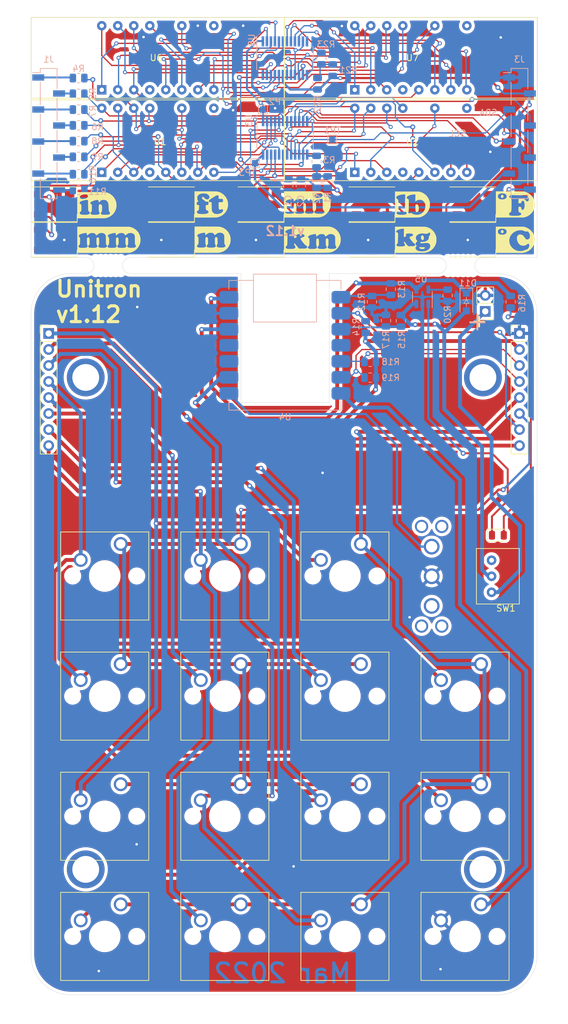
<source format=kicad_pcb>
(kicad_pcb (version 20211014) (generator pcbnew)
  (title_block (title "Unitron") (date "2022-03-22") (rev "1.12") (company "Lustig LabWorks") (comment 1 "Andy Lustig"))
  (layers (0 "F.Cu" signal) (31 "B.Cu" signal) (34 "B.Paste" user) (35 "F.Paste" user) (36 "B.SilkS" user "B.Silkscreen") (37 "F.SilkS" user "F.Silkscreen") (38 "B.Mask" user) (39 "F.Mask" user) (44 "Edge.Cuts" user))
  (net 0 "")
  (net 1 "GND")
  (net 2 "/mode")
  (net 3 "/g2")
  (net 4 "/g")
  (net 5 "/f2")
  (net 6 "/f")
  (net 7 "/e2")
  (net 8 "/e")
  (net 9 "/dp2")
  (net 10 "/dp")
  (net 11 "/d2")
  (net 12 "/d")
  (net 13 "/c2")
  (net 14 "/c")
  (net 15 "/b2")
  (net 16 "/b")
  (net 17 "/a2")
  (net 18 "/a")
  (net 19 "/VIN_daughter")
  (net 20 "/VBATT")
  (net 21 "Net-(D1-Pad2)")
  (net 22 "/SDA_mcu")
  (net 23 "/SDA")
  (net 24 "/SCL_mcu")
  (net 25 "/SCL")
  (net 26 "/KEYB")
  (net 27 "/KEYA")
  (net 28 "/IRQ_mcu")
  (net 29 "/IRQ")
  (net 30 "/GND_daughter")
  (net 31 "/DIG7-2")
  (net 32 "/DIG7")
  (net 33 "/DIG6-2")
  (net 34 "/DIG6")
  (net 35 "/DIG5-2")
  (net 36 "/DIG5")
  (net 37 "/DIG4-2")
  (net 38 "/DIG4")
  (net 39 "/DIG3-2")
  (net 40 "/DIG3")
  (net 41 "/DIG2-2")
  (net 42 "/DIG2")
  (net 43 "/DIG1-2")
  (net 44 "/DIG1")
  (net 45 "/DIG0-2")
  (net 46 "/DIG0")
  (net 47 "/BTN")
  (net 48 "Net-(J3-Pad5)")
  (net 49 "Net-(J3-Pad6)")
  (net 50 "Net-(D2-Pad2)")
  (net 53 "Net-(D3-Pad2)")
  (net 54 "/batt_lvl")
  (net 55 "Net-(D12-Pad1)")
  (net 56 "/3VDC")
  (net 57 "/neo_mcu")
  (net 58 "/neopixel")
  (net 59 "Net-(D4-Pad2)")
  (net 60 "Net-(D10-Pad4)")
  (net 61 "Net-(D5-Pad2)")
  (net 62 "Net-(D6-Pad2)")
  (net 63 "Net-(D7-Pad2)")
  (net 64 "Net-(D8-Pad2)")
  (net 69 "unconnected-(U4-Pad11)")
  (net 73 "Net-(J2-Pad1)")
  (net 74 "Net-(J2-Pad2)")
  (net 75 "Net-(J2-Pad3)")
  (net 76 "Net-(J2-Pad4)")
  (net 77 "Net-(J2-Pad5)")
  (net 78 "Net-(J2-Pad6)")
  (net 79 "Net-(J2-Pad7)")
  (net 80 "Net-(J2-Pad8)")
  (net 81 "Net-(J1-Pad1)")
  (net 82 "Net-(J1-Pad2)")
  (net 83 "Net-(J1-Pad3)")
  (net 84 "Net-(J1-Pad4)")
  (net 85 "Net-(J1-Pad5)")
  (net 86 "Net-(J1-Pad6)")
  (net 87 "Net-(J1-Pad7)")
  (net 88 "Net-(J1-Pad8)")
  (net 89 "Net-(BT1-Pad1)")
  (net 90 "Net-(D11-Pad1)")
  (net 91 "Net-(D12-Pad2)")
  (net 92 "Net-(R1-Pad1)")
  (net 93 "Net-(R3-Pad1)")
  (net 94 "Net-(R12-Pad1)")
  (net 95 "Net-(R20-Pad2)")
  (net 96 "Net-(R21-Pad1)")
  (net 97 "Net-(R23-Pad1)")
  (footprint "Button_Switch_Keyboard:SW_Cherry_MX_1.00u_PCB" (layer "F.Cu") (at 78.1812 144.4752)
    (fp_text reference "S8" hide)
    (fp_text value "Gateron Blue")
  )
  (footprint "Button_Switch_Keyboard:SW_Cherry_MX_1.00u_PCB" (layer "F.Cu") (at 97.2312 144.4752)
    (fp_text reference "S9" hide)
    (fp_text value "Gateron Blue")
  )
  (footprint "Button_Switch_Keyboard:SW_Cherry_MX_1.00u_PCB" (layer "F.Cu") (at 78.1812 106.3752)
    (fp_text reference "S11" hide)
    (fp_text value "Gateron Blue")
  )
  (footprint "Button_Switch_Keyboard:SW_Cherry_MX_1.00u_PCB" (layer "F.Cu") (at 78.1812 125.4252)
    (fp_text reference "S12" hide)
    (fp_text value "Gateron Blue")
  )
  (footprint "Button_Switch_Keyboard:SW_Cherry_MX_1.00u_PCB" (layer "F.Cu") (at 97.2312 125.4252)
    (fp_text reference "S13" hide)
    (fp_text value "Gateron Blue")
  )
  (footprint "Button_Switch_Keyboard:SW_Cherry_MX_1.00u_PCB" (layer "F.Cu") (at 97.2312 106.3752)
    (fp_text reference "S15" hide)
    (fp_text value "Gateron Blue")
  )
  (footprint "Button_Switch_Keyboard:SW_Cherry_MX_1.00u_PCB" (layer "F.Cu") (at 116.2812 106.3752)
    (fp_text reference "S2" hide)
    (fp_text value "Gateron Blue")
  )
  (footprint "Button_Switch_Keyboard:SW_Cherry_MX_1.00u_PCB" (layer "F.Cu") (at 116.2812 163.5252)
    (fp_text reference "S3" hide)
    (fp_text value "Gateron Blue")
  )
  (footprint "asl_footprints:LTC-4727" (layer "F.Cu") (at 124.1933 42.366163)
    (fp_text reference "U2")
    (fp_text value "LTC-4727JS")
  )
  (footprint "asl_footprints:LTC-4727" (layer "F.Cu") (at 84.0613 42.366163)
    (fp_text reference "U1")
    (fp_text value "LTC-4727JS")
  )
  (footprint "Button_Switch_Keyboard:SW_Cherry_MX_1.00u_PCB" (layer "F.Cu") (at 78.1812 163.5252)
    (fp_text reference "S4" hide)
    (fp_text value "Gateron Blue")
  )
  (footprint "asl_footprints:LTC-4727" (layer "F.Cu") (at 124.1933 29.285163)
    (fp_text reference "U7")
    (fp_text value "LTC-4727JR")
  )
  (footprint "asl_footprints:LTC-4727" (layer "F.Cu") (at 84.0613 29.285163)
    (fp_text reference "U6")
    (fp_text value "LTC-4727JR")
  )
  (footprint "Button_Switch_Keyboard:SW_Cherry_MX_1.00u_PCB" (layer "F.Cu") (at 116.2812 144.4752)
    (fp_text reference "S10" hide)
    (fp_text value "Gateron Blue")
  )
  (footprint "asl_footprints:switch_nkk_reinforced_pc_pin" (layer "F.Cu") (at 127.5 111.5)
    (fp_text reference "SW2" hide)
    (fp_text value "SW_SPST")
  )
  (footprint "Button_Switch_Keyboard:SW_Cherry_MX_1.00u_PCB" (layer "F.Cu") (at 116.2812 125.4252)
    (fp_text reference "S14" hide)
    (fp_text value "Gateron Blue")
  )
  (footprint "Connector_PinHeader_2.54mm:PinHeader_1x02_P2.54mm_Vertical" (layer "F.Cu") (at 136 69.5 180)
    (fp_text reference "BT1" hide)
    (fp_text value "2468")
  )
  (footprint "asl_footprints:switch_toggle" (layer "F.Cu") (at 138 111.5 180)
    (fp_text reference "SW1")
    (fp_text value "SPST_B12AP")
  )
  (footprint "LOGO" (layer "F.Cu") (at 89.878781 52.543726)
    (fp_text reference "G***" hide)
    (fp_text value "LOGO" hide)
  )
  (footprint "LOGO" (layer "F.Cu") (at 121.678781 58.146169)
    (fp_text reference "G***" hide)
    (fp_text value "LOGO" hide)
  )
  (footprint "LED_SMD:LED_WS2812B_PLCC4_5.0x5.0mm_P3.2mm" (layer "F.Cu") (at 100.4254 58.146173)
    (fp_text reference "D6" hide)
    (fp_text value "WS2812B")
  )
  (footprint "LOGO" (layer "F.Cu") (at 104.078781 58.146169)
    (fp_text reference "G***" hide)
    (fp_text value "LOGO" hide)
  )
  (footprint "LED_SMD:LED_WS2812B_PLCC4_5.0x5.0mm_P3.2mm" (layer "F.Cu") (at 67.6254 52.517746)
    (fp_text reference "D9" hide)
    (fp_text value "WS2812B")
  )
  (footprint "asl_footprints:mouse-bite-2.54mm-slot-long" (layer "F.Cu") (at 76.2 62.23)
    (fp_text reference "MB*" hide)
    (fp_text value "VAL**" hide)
    (fp_arc (start -3.53 -1.27) (mid -2.26 0) (end -3.53 1.27) (layer "Edge.Cuts") (width 0.05))
    (fp_arc (start 3.53 1.27) (mid 2.26 0) (end 3.53 -1.27) (layer "Edge.Cuts") (width 0.05))
  )
  (footprint "LED_SMD:LED_WS2812B_PLCC4_5.0x5.0mm_P3.2mm" (layer "F.Cu") (at 118.0254 58.146173)
    (fp_text reference "D4" hide)
    (fp_text value "WS2812B")
  )
  (footprint "asl_footprints:standoff_nut" (layer "F.Cu") (at 72.6273 79.9746)
    (fp_text reference "H1" hide)
    (fp_text value "Threaded_Standoff")
  )
  (footprint "LED_SMD:LED_0805_2012Metric" (layer "F.Cu") (at 138 105)
    (fp_text reference "D12" hide)
    (fp_text value "LED")
  )
  (footprint "Connector_PinHeader_2.54mm:PinHeader_1x08_P2.54mm_Vertical" (layer "F.Cu") (at 141.4272 72.9996)
    (fp_text reference "J4" hide)
    (fp_text value "Conn_01x10_Female")
  )
  (footprint "Button_Switch_Keyboard:SW_Cherry_MX_1.00u_PCB" (layer "F.Cu") (at 97.2312 163.5252)
    (fp_text reference "S7" hide)
    (fp_text value "Gateron Blue")
  )
  (footprint "LOGO" (layer "F.Cu") (at 89.878781 58.146169)
    (fp_text reference "G***" hide)
    (fp_text value "LOGO" hide)
  )
  (footprint "LOGO" (layer "F.Cu") (at 71.278781 52.663561)
    (fp_text reference "G***" hide)
    (fp_text value "LOGO" hide)
  )
  (footprint "LED_SMD:LED_WS2812B_PLCC4_5.0x5.0mm_P3.2mm" (layer "F.Cu") (at 134.0254 52.517746)
    (fp_text reference "D1" hide)
    (fp_text value "WS2812B")
  )
  (footprint "asl_footprints:standoff_nut" (layer "F.Cu") (at 135.6273 157.9746)
    (fp_text reference "H3" hide)
    (fp_text value "Threaded_Standoff")
  )
  (footprint "LED_SMD:LED_WS2812B_PLCC4_5.0x5.0mm_P3.2mm" (layer "F.Cu") (at 86.2254 58.146173)
    (fp_text reference "D8" hide)
    (fp_text value "WS2812B")
  )
  (footprint "LOGO" (layer "F.Cu") (at 71.278781 58.153496)
    (fp_text reference "G***" hide)
    (fp_text value "LOGO" hide)
  )
  (footprint "LOGO" (layer "F.Cu") (at 137.678781 52.543726)
    (fp_text reference "G***" hide)
    (fp_text value "LOGO" hide)
  )
  (footprint "LOGO" (layer "F.Cu") (at 104.078781 52.543726)
    (fp_text reference "G***" hide)
    (fp_text value "LOGO" hide)
  )
  (footprint "asl_footprints:standoff_nut" (layer "F.Cu") (at 135.6273 79.9746)
    (fp_text reference "H4" hide)
    (fp_text value "Threaded_Standoff")
  )
  (footprint "asl_footprints:standoff_nut" (layer "F.Cu") (at 72.6273 157.9746)
    (fp_text reference "H2" hide)
    (fp_text value "Threaded_Standoff")
  )
  (footprint "LED_SMD:LED_WS2812B_PLCC4_5.0x5.0mm_P3.2mm" (layer "F.Cu") (at 118.0254 52.517746)
    (fp_text reference "D3" hide)
    (fp_text value "WS2812B")
  )
  (footprint "LED_SMD:LED_WS2812B_PLCC4_5.0x5.0mm_P3.2mm" (layer "F.Cu") (at 100.4254 52.517746)
    (fp_text reference "D5" hide)
    (fp_text value "WS2812B")
  )
  (footprint "LED_SMD:LED_WS2812B_PLCC4_5.0x5.0mm_P3.2mm" (layer "F.Cu") (at 86.225405 52.517751)
    (fp_text reference "D7" hide)
    (fp_text value "WS2812B")
  )
  (footprint "Button_Switch_Keyboard:SW_Cherry_MX_1.00u_PCB" (layer "F.Cu") (at 135.3312 144.4752)
    (fp_text reference "S5" hide)
    (fp_text value "Gateron Blue")
  )
  (footprint "Connector_PinHeader_2.54mm:PinHeader_1x08_P2.54mm_Vertical" (layer "F.Cu") (at 66.7512 72.9996)
    (fp_text reference "J2" hide)
    (fp_text value "Conn_01x10_Female")
  )
  (footprint "LOGO" (layer "F.Cu") (at 121.678781 52.543726)
    (fp_text reference "G***" hide)
    (fp_text value "LOGO" hide)
  )
  (footprint "LED_SMD:LED_WS2812B_PLCC4_5.0x5.0mm_P3.2mm" (layer "F.Cu") (at 134.025411 58.146163)
    (fp_text reference "D2" hide)
    (fp_text value "WS2812B")
  )
  (footprint "Button_Switch_Keyboard:SW_Cherry_MX_1.00u_PCB" (layer "F.Cu") (at 135.3312 163.5252)
    (fp_text reference "S1" hide)
    (fp_text value "Gateron Blue")
  )
  (footprint "LED_SMD:LED_WS2812B_PLCC4_5.0x5.0mm_P3.2mm" (layer "F.Cu") (at 67.6254 58.146173)
    (fp_text reference "D10" hide)
    (fp_text value "WS2812B")
  )
  (footprint "asl_footprints:mouse-bite-2.54mm-slot-long" (layer "F.Cu") (at 132.08 62.23)
    (fp_text reference "MB*" hide)
    (fp_text value "VAL**" hide)
    (fp_arc (start -3.53 -1.27) (mid -2.26 0) (end -3.53 1.27) (layer "Edge.Cuts") (width 0.05))
    (fp_arc (start 3.53 1.27) (mid 2.26 0) (end 3.53 -1.27) (layer "Edge.Cuts") (width 0.05))
  )
  (footprint "Button_Switch_Keyboard:SW_Cherry_MX_1.00u_PCB" (layer "F.Cu") (at 135.3312 125.4252)
    (fp_text reference "S6" hide)
    (fp_text value "Gateron Blue")
  )
  (footprint "LOGO" (layer "F.Cu") (at 137.678781 58.146169)
    (fp_text reference "G***" hide)
    (fp_text value "LOGO" hide)
  )
  (footprint "Resistor_SMD:R_0805_2012Metric" (layer "B.Cu") (at 111 49 -90)
    (fp_text reference "R1")
    (fp_text value "10KΩ")
  )
  (footprint "Resistor_SMD:R_0805_2012Metric" (layer "B.Cu") (at 109.25 45.75 -90)
    (fp_text reference "R3")
    (fp_text value "10KΩ")
  )
  (footprint "Resistor_SMD:R_0805_2012Metric" (layer "B.Cu") (at 109.25 49 -90)
    (fp_text reference "R2")
    (fp_text value "10KΩ")
  )
  (footprint "Resistor_SMD:R_0805_2012Metric" (layer "B.Cu") (at 110 29.4 -90)
    (fp_text reference "R23")
    (fp_text value "10KΩ")
  )
  (footprint "Resistor_SMD:R_0805_2012Metric" (layer "B.Cu") (at 109.4 33.4 -90)
    (fp_text reference "R22")
    (fp_text value "10KΩ")
  )
  (footprint "Package_SO:QSOP-24_3.9x8.7mm_P0.635mm" (layer "B.Cu") (at 104.2543 41.985163 -90)
    (fp_text reference "U3")
    (fp_text value "AS1115-BSST")
  )
  (footprint "Resistor_SMD:R_0805_2012Metric" (layer "B.Cu") (at 111.8 31.25 -90)
    (fp_text reference "R21")
    (fp_text value "10KΩ")
  )
  (footprint "Resistor_SMD:R_0805_2012Metric" (layer "B.Cu") (at 117.0254 71.9746 90)
    (fp_text reference "R14")
    (fp_text value "10KΩ")
  )
  (footprint "Resistor_SMD:R_0805_2012Metric" (layer "B.Cu") (at 117.75 80)
    (fp_text reference "R19")
    (fp_text value "2KΩ")
  )
  (footprint "Package_TO_SOT_SMD:SOT-23-5" (layer "B.Cu") (at 126.0254 67.1746 90)
    (fp_text reference "U5")
    (fp_text value "MCP73831-2-OT")
  )
  (footprint "Resistor_SMD:R_0805_2012Metric" (layer "B.Cu") (at 71.5 32.5)
    (fp_text reference "R4")
    (fp_text value "10KΩ")
  )
  (footprint "Resistor_SMD:R_0805_2012Metric" (layer "B.Cu") (at 71.5 45)
    (fp_text reference "R9")
    (fp_text value "10KΩ")
  )
  (footprint "Capacitor_SMD:C_0805_2012Metric" (layer "B.Cu") (at 106.75 49.5 -90)
    (fp_text reference "C2")
    (fp_text value "100nF")
  )
  (footprint "Resistor_SMD:R_0805_2012Metric" (layer "B.Cu") (at 71.5 40)
    (fp_text reference "R6")
    (fp_text value "10KΩ")
  )
  (footprint "Capacitor_SMD:C_0805_2012Metric" (layer "B.Cu") (at 104.75 49.5 90)
    (fp_text reference "C1")
    (fp_text value "1µF")
  )
  (footprint "Resistor_SMD:R_0805_2012Metric" (layer "B.Cu") (at 140.0254 67.9746 -90)
    (fp_text reference "R16")
    (fp_text value "10KΩ")
  )
  (footprint "TestPoint:TestPoint_Pad_1.0x1.0mm" (layer "B.Cu") (at 111.75 42.25 180)
    (fp_text reference "TP1")
    (fp_text value "TestPoint")
  )
  (footprint "Resistor_SMD:R_0805_2012Metric" (layer "B.Cu") (at 130.0254 66.9746 90)
    (fp_text reference "R20")
    (fp_text value "2KΩ")
  )
  (footprint "asl_footprints:QT_Py" (layer "B.Cu") (at 104.2254 74.8746 180)
    (fp_text reference "U4")
    (fp_text value "QT_Py")
  )
  (footprint "Resistor_SMD:R_0805_2012Metric" (layer "B.Cu") (at 120.2504 70.9746 90)
    (fp_text reference "R17")
    (fp_text value "10KΩ")
  )
  (footprint "Resistor_SMD:R_0805_2012Metric" (layer "B.Cu") (at 71.5 42.5)
    (fp_text reference "R8")
    (fp_text value "10KΩ")
  )
  (footprint "TestPoint:TestPoint_Pad_1.0x1.0mm" (layer "B.Cu") (at 100.75 37.5 180)
    (fp_text reference "TP2")
    (fp_text value "TestPoint")
  )
  (footprint "Resistor_SMD:R_0805_2012Metric" (layer "B.Cu") (at 71.5 47.75)
    (fp_text reference "R10")
    (fp_text value "10KΩ")
  )
  (footprint "TestPoint:TestPoint_Pad_1.0x1.0mm" (layer "B.Cu") (at 99.5 46 180)
    (fp_text reference "TP3")
    (fp_text value "TestPoint")
  )
  (footprint "Resistor_SMD:R_0805_2012Metric" (layer "B.Cu") (at 71.5 35)
    (fp_text reference "R5")
    (fp_text value "10KΩ")
  )
  (footprint "Connector_PinSocket_2.54mm:PinSocket_1x08_P2.54mm_Vertical_SMD_Pin1Right" (layer "B.Cu") (at 141.4272 41.296173 180)
    (fp_text reference "J3")
    (fp_text value "Conn_01x10_Male")
  )
  (footprint "asl_footprints:D_SOD-123F" (layer "B.Cu") (at 133 68 -90)
    (fp_text reference "D11")
    (fp_text value "Diode")
  )
  (footprint "Resistor_SMD:R_0805_2012Metric" (layer "B.Cu") (at 71.5 50.25)
    (fp_text reference "R11")
    (fp_text value "10KΩ")
  )
  (footprint "Package_SO:QSOP-24_3.9x8.7mm_P0.635mm" (layer "B.Cu") (at 104.2254 29.346173 -90)
    (fp_text reference "U8")
    (fp_text value "AS1115-BSST")
  )
  (footprint "Resistor_SMD:R_0805_2012Metric" (layer "B.Cu") (at 118.0254 67.9746 -90)
    (fp_text reference "R12")
    (fp_text value "10KΩ")
  )
  (footprint "Resistor_SMD:R_0805_2012Metric" (layer "B.Cu") (at 122.6254 70.9996 -90)
    (fp_text reference "R15")
    (fp_text value "10KΩ")
  )
  (footprint "Connector_PinSocket_2.54mm:PinSocket_1x08_P2.54mm_Vertical_SMD_Pin1Right" (layer "B.Cu") (at 66.7512 41.296173 180)
    (fp_text reference "J1")
    (fp_text value "Conn_01x10_Male")
  )
  (footprint "Resistor_SMD:R_0805_2012Metric" (layer "B.Cu") (at 117.75 77.5)
    (fp_text reference "R18")
    (fp_text value "2KΩ")
  )
  (footprint "Resistor_SMD:R_0805_2012Metric" (layer "B.Cu") (at 121.0254 65.9746 -90)
    (fp_text reference "R13")
    (fp_text value "10KΩ")
  )
  (footprint "Resistor_SMD:R_0805_2012Metric" (layer "B.Cu") (at 71.5 37.5)
    (fp_text reference "R7")
    (fp_text value "10KΩ")
  )
  (gr_line (start 79.73 63.5) (end 97.25 63.5) (layer "Edge.Cuts") (width 0.05))
  (gr_line (start 63.9552 171.5332) (end 63.9552 69.85) (layer "Edge.Cuts") (width 0.05))
  (gr_line (start 144.2192 69.85) (end 144.2192 171.5332) (layer "Edge.Cuts") (width 0.05))
  (gr_line (start 97.25 63.5) (end 97.25 83.9746) (layer "Edge.Cuts") (width 0.05))
  (gr_line (start 144.2212 60.96) (end 135.61 60.96) (layer "Edge.Cuts") (width 0.05))
  (gr_line (start 72.67 63.5) (end 70.3072 63.5) (layer "Edge.Cuts") (width 0.05))
  (gr_line (start 137.8692 177.8832) (end 70.3052 177.8832) (layer "Edge.Cuts") (width 0.05))
  (gr_line (start 128.55001 60.96) (end 79.72999 60.96) (layer "Edge.Cuts") (width 0.05))
  (gr_line (start 72.67 60.96) (end 63.9572 60.96) (layer "Edge.Cuts") (width 0.05))
  (gr_arc (start 63.9552 69.85) (mid 65.815779 65.359165) (end 70.3072 63.5) (layer "Edge.Cuts") (width 0.05))
  (gr_arc (start 70.3052 177.8832) (mid 65.815072 176.023328) (end 63.9552 171.5332) (layer "Edge.Cuts") (width 0.05))
  (gr_line (start 63.9572 22.884357) (end 63.9572 60.96) (layer "Edge.Cuts") (width 0.05))
  (gr_line (start 97.25 83.9746) (end 111.25 83.9746) (layer "Edge.Cuts") (width 0.05))
  (gr_line (start 111.25 83.9746) (end 111.25 63.5) (layer "Edge.Cuts") (width 0.05))
  (gr_arc (start 144.2192 171.5332) (mid 142.359328 176.023328) (end 137.8692 177.8832) (layer "Edge.Cuts") (width 0.05))
  (gr_line (start 111.25 63.5) (end 128.55 63.5) (layer "Edge.Cuts") (width 0.05))
  (gr_line (start 137.8712 63.5) (end 135.61 63.5) (layer "Edge.Cuts") (width 0.05))
  (gr_line (start 144.2212 60.96) (end 144.221606 22.884357) (layer "Edge.Cuts") (width 0.05))
  (gr_arc (start 137.8712 63.5) (mid 142.360035 65.360579) (end 144.2192 69.85) (layer "Edge.Cuts") (width 0.05))
  (gr_line (start 144.221606 22.884357) (end 63.9572 22.884357) (layer "Edge.Cuts") (width 0.05))
  (gr_text "Mar 2022" (at 103.8352 174.4472) (layer "B.Cu") (effects (font (size 2.999999 2.999999) (thickness 0.5)) (justify mirror)))
  (gr_text "+" (at 134.75 71) (layer "B.SilkS") (effects (font (size 3 3) (thickness 0.3)) (justify mirror)))
  (gr_text "v1.12" (at 104.25 56.75) (layer "B.SilkS") (effects (font (size 1.5 1.5) (thickness 0.3)) (justify mirror)))
  (gr_text "SCL" (at 131.6 41.3) (layer "B.SilkS") (effects (font (size 1 1)) (justify mirror)))
  (gr_text "SDA" (at 136.5 38) (layer "B.SilkS") (effects (font (size 1 1)) (justify mirror)))
  (gr_text "Unitron\nv1.12" (at 67.625392 67.974591) (layer "F.SilkS") (effects (font (size 2.5 2.5) (thickness 0.5)) (justify left)))
  (gr_text "+" (at 135.0254 70.9746) (layer "F.SilkS") (effects (font (size 2 2) (thickness 0.3))))
  (via (at 128.9 173.8) (size 0.8) (drill 0.4) (layers "F.Cu" "B.Cu") (net 1))
  (via (at 124 118) (size 0.8) (drill 0.4) (layers "F.Cu" "B.Cu") (net 1))
  (via (at 80.8 68.8) (size 0.8) (drill 0.4) (layers "F.Cu" "B.Cu") (net 1))
  (via (at 80.7 154) (size 0.8) (drill 0.4) (layers "F.Cu" "B.Cu") (net 1))
  (via (at 110.2 95.1) (size 0.8) (drill 0.4) (layers "F.Cu" "B.Cu") (net 1))
  (via (at 105.6 157.5) (size 0.8) (drill 0.4) (layers "F.Cu" "B.Cu") (net 1))
  (via (at 74.7 174.1) (size 0.8) (drill 0.4) (layers "F.Cu" "B.Cu") (net 1))
  (segment (start 126.0254 67.649601) (end 126.500401 67.1746) (width 0.3048) (layer "B.Cu") (net 1))
  (segment (start 126.0254 67.649601) (end 125.550399 67.1746) (width 0.3048) (layer "B.Cu") (net 1))
  (segment (start 126.500401 67.1746) (end 129.3129 67.1746) (width 0.3048) (layer "B.Cu") (net 1))
  (segment (start 126.0254 68.3121) (end 126.0254 67.649601) (width 0.3048) (layer "B.Cu") (net 1))
  (segment (start 125.550399 67.1746) (end 122.8254 67.1746) (width 0.3048) (layer "B.Cu") (net 1))
  (segment (start 129.3129 67.1746) (end 130.0254 67.8871) (width 0.3048) (layer "B.Cu") (net 1))
  (segment (start 95.3354 82.4946) (end 98.6154 85.7746) (width 0.3556) (layer "B.Cu") (net 2))
  (segment (start 98.6154 85.7746) (end 117.0246 85.7746) (width 0.3556) (layer "B.Cu") (net 2))
  (segment (start 122 103) (end 125.8 106.8) (width 0.3556) (layer "B.Cu") (net 2))
  (segment (start 117.0246 85.7746) (end 122 90.75) (width 0.3556) (layer "B.Cu") (net 2))
  (segment (start 125.8 106.8) (end 127.5 106.8) (width 0.3556) (layer "B.Cu") (net 2))
  (segment (start 122 90.75) (end 122 103) (width 0.3556) (layer "B.Cu") (net 2))
  (segment (start 105.454461 30.545539) (end 106.053501 29.946499) (width 0.2032) (layer "F.Cu") (net 3))
  (segment (start 106.053501 29.946499) (end 107.746499 29.946499) (width 0.2032) (layer "F.Cu") (net 3))
  (segment (start 116.825818 30.758352) (end 117.105139 30.479031) (width 0.2032) (layer "F.Cu") (net 3))
  (segment (start 102.954461 30.545539) (end 101.842999 31.657001) (width 0.2032) (layer "F.Cu") (net 3))
  (segment (start 104.263924 30.545539) (end 102.954461 30.545539) (width 0.2032) (layer "F.Cu") (net 3))
  (segment (start 108.558352 30.758352) (end 116.825818 30.758352) (width 0.2032) (layer "F.Cu") (net 3))
  (segment (start 104.263924 30.545539) (end 105.454461 30.545539) (width 0.2032) (layer "F.Cu") (net 3))
  (segment (start 78.940138 31.657001) (end 78.8543 31.571163) (width 0.2032) (layer "F.Cu") (net 3))
  (segment (start 107.746499 29.946499) (end 108.558352 30.758352) (width 0.2032) (layer "F.Cu") (net 3))
  (segment (start 101.842999 31.657001) (end 78.940138 31.657001) (width 0.2032) (layer "F.Cu") (net 3))
  (via (at 78.8543 31.571163) (size 0.65) (drill 0.35) (layers "F.Cu" "B.Cu") (net 3))
  (via (at 117.105139 30.479031) (size 0.65) (drill 0.35) (layers "F.Cu" "B.Cu") (net 3))
  (via (at 104.263924 30.545539) (size 0.65) (drill 0.35) (layers "F.Cu" "B.Cu") (net 3))
  (segment (start 77.7113 24.205163) (end 78.8543 25.348163) (width 0.2032) (layer "B.Cu") (net 3))
  (segment (start 78.8543 25.348163) (end 78.8543 31.571163) (width 0.2032) (layer "B.Cu") (net 3))
  (segment (start 117.8433 24.205163) (end 116.944577 25.103886) (width 0.2032) (layer "B.Cu") (net 3))
  (segment (start 116.944577 25.103886) (end 116.944577 30.318469) (width 0.2032) (layer "B.Cu") (net 3))
  (segment (start 104.5718 31.939463) (end 104.5718 30.853415) (width 0.2032) (layer "B.Cu") (net 3))
  (segment (start 104.5718 30.853415) (end 104.263924 30.545539) (width 0.2032) (layer "B.Cu") (net 3))
  (segment (start 116.944577 30.318469) (end 117.105139 30.479031) (width 0.2032) (layer "B.Cu") (net 3))
  (segment (start 86.545301 41.533162) (end 99.499301 41.533162) (width 0.2032) (layer "F.Cu") (net 4))
  (segment (start 77.8383 43.128154) (end 84.950309 43.128154) (width 0.2032) (layer "F.Cu") (net 4))
  (segment (start 105.25 41.75) (end 105 41.5) (width 0.2032) (layer "F.Cu") (net 4))
  (segment (start 99.703962 41.328501) (end 104.828501 41.328501) (width 0.2032) (layer "F.Cu") (net 4))
  (segment (start 77.8383 43.128154) (end 75.621846 43.128154) (width 0.2032) (layer "F.Cu") (net 4))
  (segment (start 116.300463 41.75) (end 105.25 41.75) (width 0.2032) (layer "F.Cu") (net 4))
  (segment (start 75.621846 43.128154) (end 73.75 44.999998) (width 0.2032) (layer "F.Cu") (net 4))
  (segment (start 84.950309 43.128154) (end 86.545301 41.533162) (width 0.2032) (layer "F.Cu") (net 4))
  (segment (start 99.499301 41.533162) (end 99.703962 41.328501) (width 0.2032) (layer "F.Cu") (net 4))
  (segment (start 116.7003 41.350163) (end 116.300463 41.75) (width 0.2032) (layer "F.Cu") (net 4))
  (segment (start 104.828501 41.328501) (end 105 41.5) (width 0.2032) (layer "F.Cu") (net 4))
  (via (at 73.75 44.999998) (size 0.8) (drill 0.4) (layers "F.Cu" "B.Cu") (net 4))
  (via (at 116.7003 41.350163) (size 0.65) (drill 0.35) (layers "F.Cu" "B.Cu") (net 4))
  (via (at 77.8383 43.128154) (size 0.65) (drill 0.35) (layers "F.Cu" "B.Cu") (net 4))
  (via (at 105 41.5) (size 0.65) (drill 0.35) (layers "F.Cu" "B.Cu") (net 4))
  (segment (start 104.5718 44.639463) (end 104.5718 41.9282) (width 0.2032) (layer "B.Cu") (net 4))
  (segment (start 77.7113 37.286163) (end 77.8383 37.413163) (width 0.2032) (layer "B.Cu") (net 4))
  (segment (start 116.7003 41.350163) (end 116.7003 38.429163) (width 0.2032) (layer "B.Cu") (net 4))
  (segment (start 116.7003 38.429163) (end 117.8433 37.286163) (width 0.2032) (layer "B.Cu") (net 4))
  (segment (start 72.4125 47.75) (end 72.4125 47.0875) (width 0.2032) (layer "B.Cu") (net 4))
  (segment (start 104.5718 41.9282) (end 105 41.5) (width 0.2032) (layer "B.Cu") (net 4))
  (segment (start 73.75 45.75) (end 73.75 44.999998) (width 0.2032) (layer "B.Cu") (net 4))
  (segment (start 77.8383 37.413163) (end 77.8383 43.128154) (width 0.2032) (layer "B.Cu") (net 4))
  (segment (start 72.4125 47.0875) (end 73.75 45.75) (width 0.2032) (layer "B.Cu") (net 4))
  (segment (start 105.923904 28.072353) (end 109.072353 28.072353) (width 0.2032) (layer "F.Cu") (net 5))
  (segment (start 105.923904 28.072353) (end 105.612714 27.761163) (width 0.2032) (layer "F.Cu") (net 5))
  (segment (start 88.638837 27.761163) (end 88.6 27.8) (width 0.2032) (layer "F.Cu") (net 5))
  (segment (start 109.072353 28.072353) (end 109.4 28.4) (width 0.2032) (layer "F.Cu") (net 5))
  (segment (start 109.4 28.4) (end 124.8 28.4) (width 0.2032) (layer "F.Cu") (net 5))
  (segment (start 124.8 28.4) (end 125.2 28) (width 0.2032) (layer "F.Cu") (net 5))
  (segment (start 105.612714 27.761163) (end 88.638837 27.761163) (width 0.2032) (layer "F.Cu") (net 5))
  (via (at 88.6 27.8) (size 0.65) (drill 0.35) (layers "F.Cu" "B.Cu") (net 5))
  (via (at 105.923904 28.072353) (size 0.65) (drill 0.35) (layers "F.Cu" "B.Cu") (net 5))
  (via (at 125.2 28) (size 0.65) (drill 0.35) (layers "F.Cu" "B.Cu") (net 5))
  (segment (start 107.1118 26.630863) (end 107.1118 27.450142) (width 0.2032) (layer "B.Cu") (net 5))
  (segment (start 87.8713 24.205163) (end 87.8713 27.0713) (width 0.2032) (layer "B.Cu") (net 5))
  (segment (start 128.0033 24.205163) (end 125.2 27.008463) (width 0.2032) (layer "B.Cu") (net 5))
  (segment (start 105.8418 31.939463) (end 105.8418 28.154457) (width 0.2032) (layer "B.Cu") (net 5))
  (segment (start 125.2 27.008463) (end 125.2 28) (width 0.2032) (layer "B.Cu") (net 5))
  (segment (start 107.1118 27.450142) (end 106.489589 28.072353) (width 0.2032) (layer "B.Cu") (net 5))
  (segment (start 87.8713 27.0713) (end 88.6 27.8) (width 0.2032) (layer "B.Cu") (net 5))
  (segment (start 106.489589 28.072353) (end 105.923904 28.072353) (width 0.2032) (layer "B.Cu") (net 5))
  (segment (start 105.8418 28.154457) (end 105.923904 28.072353) (width 0.2032) (layer "B.Cu") (net 5))
  (segment (start 100.364851 41.683612) (end 103.899549 41.683612) (width 0.2032) (layer "F.Cu") (net 6))
  (segment (start 125.303585 42.75) (end 106.25 42.75) (width 0.2032) (layer "F.Cu") (net 6))
  (segment (start 84.562463 42.5) (end 75 42.5) (width 0.2032) (layer "F.Cu") (net 6))
  (segment (start 87.4903 42.112163) (end 99.9363 42.112163) (width 0.2032) (layer "F.Cu") (net 6))
  (segment (start 106.25 42.75) (end 106 42.5) (width 0.2032) (layer "F.Cu") (net 6))
  (segment (start 104.715937 42.5) (end 106 42.5) (width 0.2032) (layer "F.Cu") (net 6))
  (segment (start 103.899549 41.683612) (end 104.715937 42.5) (width 0.2032) (layer "F.Cu") (net 6))
  (segment (start 87.8713 40.715163) (end 86.3473 40.715163) (width 0.2032) (layer "F.Cu") (net 6))
  (segment (start 99.9363 42.112163) (end 100.364851 41.683612) (width 0.2032) (layer "F.Cu") (net 6))
  (segment (start 127.932885 40.1207) (end 125.303585 42.75) (width 0.2032) (layer "F.Cu") (net 6))
  (segment (start 86.3473 40.715163) (end 84.562463 42.5) (width 0.2032) (layer "F.Cu") (net 6))
  (segment (start 75 42.5) (end 74.25 43.25) (width 0.2032) (layer "F.Cu") (net 6))
  (via (at 127.932885 40.1207) (size 0.65) (drill 0.35) (layers "F.Cu" "B.Cu") (net 6))
  (via (at 106 42.5) (size 0.65) (drill 0.35) (layers "F.Cu" "B.Cu") (net 6))
  (via (at 87.8713 40.715163) (size 0.65) (drill 0.35) (layers "F.Cu" "B.Cu") (net 6))
  (via (at 74.25 43.25) (size 0.8) (drill 0.4) (layers "F.Cu" "B.Cu") (net 6))
  (via (at 87.4903 42.112163) (size 0.65) (drill 0.35) (layers "F.Cu" "B.Cu") (net 6))
  (segment (start 128.0033 40.050285) (end 127.932885 40.1207) (width 0.2032) (layer "B.Cu") (net 6))
  (segment (start 105.8418 44.639463) (end 105.8418 42.6582) (width 0.2032) (layer "B.Cu") (net 6))
  (segment (start 87.8713 41.731163) (end 87.4903 42.112163) (width 0.2032) (layer "B.Cu") (net 6))
  (segment (start 74.25 43.25) (end 72.5 45) (width 0.2032) (layer "B.Cu") (net 6))
  (segment (start 87.8713 37.286163) (end 87.8713 41.731163) (width 0.2032) (layer "B.Cu") (net 6))
  (segment (start 72.5 45) (end 72.4125 45) (width 0.2032) (layer "B.Cu") (net 6))
  (segment (start 128.0033 37.286163) (end 128.0033 40.050285) (width 0.2032) (layer "B.Cu") (net 6))
  (segment (start 105.8418 42.6582) (end 106 42.5) (width 0.2032) (layer "B.Cu") (net 6))
  (segment (start 94.6 34) (end 94.4 34.2) (width 0.2032) (layer "F.Cu") (net 7))
  (segment (start 85 29.5) (end 90.5 29.5) (width 0.2032) (layer "F.Cu") (net 7))
  (segment (start 100.75 34) (end 94.6 34) (width 0.2032) (layer "F.Cu") (net 7))
  (segment (start 125.4633 34.365163) (end 124.228463 35.6) (width 0.2032) (layer "F.Cu") (net 7))
  (segment (start 97.2 35.6) (end 96.2 36.6) (width 0.2032) (layer "F.Cu") (net 7))
  (segment (start 124.228463 35.6) (end 97.2 35.6) (width 0.2032) (layer "F.Cu") (net 7))
  (segment (start 96.2 36.6) (end 95 36.6) (width 0.2032) (layer "F.Cu") (net 7))
  (via (at 100.75 34) (size 0.65) (drill 0.35) (layers "F.Cu" "B.Cu") (net 7))
  (via (at 95 36.6) (size 0.65) (drill 0.35) (layers "F.Cu" "B.Cu") (net 7))
  (via (at 90.5 29.5) (size 0.65) (drill 0.35) (layers "F.Cu" "B.Cu") (net 7))
  (via (at 85 29.5) (size 0.65) (drill 0.35) (layers "F.Cu" "B.Cu") (net 7))
  (via (at 94.4 34.2) (size 0.65) (drill 0.35) (layers "F.Cu" "B.Cu") (net 7))
  (segment (start 94.4 29.15) (end 94.4 34.2) (width 0.2032) (layer "B.Cu") (net 7))
  (segment (start 90.5 29.5) (end 91.5 28.5) (width 0.2032) (layer "B.Cu") (net 7))
  (segment (start 91.5 28.5) (end 93.75 28.5) (width 0.2032) (layer "B.Cu") (net 7))
  (segment (start 95 36.6) (end 94.4 36) (width 0.2032) (layer "B.Cu") (net 7))
  (segment (start 102.6668 31.939463) (end 102.6668 32.702563) (width 0.2032) (layer "B.Cu") (net 7))
  (segment (start 85.3313 34.365163) (end 85.3313 29.8313) (width 0.2032) (layer "B.Cu") (net 7))
  (segment (start 93.75 28.5) (end 94.4 29.15) (width 0.2032) (layer "B.Cu") (net 7))
  (segment (start 102.6668 32.702563) (end 101.369363 34) (width 0.2032) (layer "B.Cu") (net 7))
  (segment (start 94.4 36) (end 94.4 34.2) (width 0.2032) (layer "B.Cu") (net 7))
  (segment (start 85.3313 29.8313) (end 85 29.5) (width 0.2032) (layer "B.Cu") (net 7))
  (segment (start 101.369363 34) (end 100.75 34) (width 0.2032) (layer "B.Cu") (net 7))
  (segment (start 114.850115 49) (end 123.909463 49) (width 0.2032) (layer "F.Cu") (net 8))
  (segment (start 86.635137 48.75) (end 85.3313 47.446163) (width 0.2032) (layer "F.Cu") (net 8))
  (segment (start 106.8 48) (end 102.6 48) (width 0.2032) (layer "F.Cu") (net 8))
  (segment (start 114.850115 49) (end 113.2 49) (width 0.2032) (layer "F.Cu") (net 8))
  (segment (start 102.35 48.25) (end 95.5 48.25) (width 0.2032) (layer "F.Cu") (net 8))
  (segment (start 113.2 49) (end 113.1 48.9) (width 0.2032) (layer "F.Cu") (net 8))
  (segment (start 102.6 48) (end 102.35 48.25) (width 0.2032) (layer "F.Cu") (net 8))
  (segment (start 75.3 41.8) (end 75 41.5) (width 0.2032) (layer "F.Cu") (net 8))
  (segment (start 113.1 48.9) (end 112.2 48) (width 0.2032) (layer "F.Cu") (net 8))
  (segment (start 95 48.75) (end 86.635137 48.75) (width 0.2032) (layer "F.Cu") (net 8))
  (segment (start 112.2 48) (end 106.8 48) (width 0.2032) (layer "F.Cu") (net 8))
  (segment (start 123.909463 49) (end 125.4633 47.446163) (width 0.2032) (layer "F.Cu") (net 8))
  (segment (start 95.5 48.25) (end 95 48.75) (width 0.2032) (layer "F.Cu") (net 8))
  (segment (start 84.1 41.8) (end 75.3 41.8) (width 0.2032) (layer "F.Cu") (net 8))
  (via (at 75 41.5) (size 0.8) (drill 0.4) (layers "F.Cu" "B.Cu") (net 8))
  (via (at 102.6 48) (size 0.8) (drill 0.4) (layers "F.Cu" "B.Cu") (net 8))
  (via (at 84.1 41.8) (size 0.8) (drill 0.4) (layers "F.Cu" "B.Cu") (net 8))
  (segment (start 84.1883 41.858163) (end 84.158163 41.858163) (width 0.2032) (layer "B.Cu") (net 8))
  (segment (start 72.4125 42.5) (end 73.4125 41.5) (width 0.2032) (layer "B.Cu") (net 8))
  (segment (start 84.1883 41.858163) (end 84.1883 46.303163) (width 0.2032) (layer "B.Cu") (net 8))
  (segment (start 102.6668 44.639463) (end 102.7303 44.702963) (width 0.2032) (layer "B.Cu") (net 8))
  (segment (start 102.6 48) (end 102.6668 47.9332) (width 0.2032) (layer "B.Cu") (net 8))
  (segment (start 84.158163 41.858163) (end 84.1 41.8) (width 0.2032) (layer "B.Cu") (net 8))
  (segment (start 102.6668 47.9332) (end 102.6668 44.639463) (width 0.2032) (layer "B.Cu") (net 8))
  (segment (start 73.4125 41.5) (end 75 41.5) (width 0.2032) (layer "B.Cu") (net 8))
  (segment (start 84.1883 46.303163) (end 85.3313 47.446163) (width 0.2032) (layer "B.Cu") (net 8))
  (segment (start 121.133201 31.266799) (end 122.6 29.8) (width 0.2032) (layer "F.Cu") (net 9))
  (segment (start 91.526463 33.25) (end 100 33.25) (width 0.2032) (layer "F.Cu") (net 9))
  (segment (start 100 33.25) (end 106.15 33.25) (width 0.2032) (layer "F.Cu") (net 9))
  (segment (start 108.133201 31.266799) (end 121.133201 31.266799) (width 0.2032) (layer "F.Cu") (net 9))
  (segment (start 122.6 29.8) (end 129.2 29.8) (width 0.2032) (layer "F.Cu") (net 9))
  (segment (start 129.2 29.8) (end 129.8 30.4) (width 0.2032) (layer "F.Cu") (net 9))
  (segment (start 106.15 33.25) (end 108.133201 31.266799) (width 0.2032) (layer "F.Cu") (net 9))
  (segment (start 90.4113 34.365163) (end 91.526463 33.25) (width 0.2032) (layer "F.Cu") (net 9))
  (via (at 100 33.25) (size 0.65) (drill 0.35) (layers "F.Cu" "B.Cu") (net 9))
  (via (at 129.8 30.4) (size 0.65) (drill 0.35) (layers "F.Cu" "B.Cu") (net 9))
  (segment (start 101.617148 33.25) (end 100 33.25) (width 0.2032) (layer "B.Cu") (net 9))
  (segment (start 102.0318 32.835348) (end 101.617148 33.25) (width 0.2032) (layer "B.Cu") (net 9))
  (segment (start 130.5433 34.365163) (end 130.5433 31.1433) (width 0.2032) (layer "B.Cu") (net 9))
  (segment (start 102.0318 31.939463) (end 102.0318 32.835348) (width 0.2032) (layer "B.Cu") (net 9))
  (segment (start 130.5433 31.1433) (end 129.8 30.4) (width 0.2032) (layer "B.Cu") (net 9))
  (segment (start 114.25 43.5) (end 129.25 43.5) (width 0.2032) (layer "F.Cu") (net 10))
  (segment (start 101.5 47.5) (end 101.706226 47.293774) (width 0.2032) (layer "F.Cu") (net 10))
  (segment (start 90.4113 47.446163) (end 91.6813 46.176163) (width 0.2032) (layer "F.Cu") (net 10))
  (segment (start 129.25 43.5) (end 130.5433 44.7933) (width 0.2032) (layer "F.Cu") (net 10))
  (segment (start 101.116847 47.883153) (end 101.5 47.5) (width 0.2032) (layer "F.Cu") (net 10))
  (segment (start 112.306226 47.293774) (end 113 46.6) (width 0.2032) (layer "F.Cu") (net 10))
  (segment (start 96.1263 46.176163) (end 97.83329 47.883153) (width 0.2032) (layer "F.Cu") (net 10))
  (segment (start 101.706226 47.293774) (end 112.306226 47.293774) (width 0.2032) (layer "F.Cu") (net 10))
  (segment (start 77.042836 43.707164) (end 75.75 45) (width 0.2032) (layer "F.Cu") (net 10))
  (segment (start 89.959299 43.707164) (end 77.042836 43.707164) (width 0.2032) (layer "F.Cu") (net 10))
  (segment (start 130.5433 44.7933) (end 130.5433 47.446163) (width 0.2032) (layer "F.Cu") (net 10))
  (segment (start 91.6813 46.176163) (end 96.1263 46.176163) (width 0.2032) (layer "F.Cu") (net 10))
  (segment (start 114 43.75) (end 114.25 43.5) (width 0.2032) (layer "F.Cu") (net 10))
  (segment (start 97.83329 47.883153) (end 101.116847 47.883153) (width 0.2032) (layer "F.Cu") (net 10))
  (segment (start 90.2843 43.382163) (end 89.959299 43.707164) (width 0.2032) (layer "F.Cu") (net 10))
  (via (at 90.2843 43.382163) (size 0.65) (drill 0.35) (layers "F.Cu" "B.Cu") (net 10))
  (via (at 114 43.75) (size 0.65) (drill 0.35) (layers "F.Cu" "B.Cu") (net 10))
  (via (at 101.5 47.5) (size 0.65) (drill 0.35) (layers "F.Cu" "B.Cu") (net 10))
  (via (at 75.75 45) (size 0.8) (drill 0.4) (layers "F.Cu" "B.Cu") (net 10))
  (via (at 113 46.6) (size 0.65) (drill 0.35) (layers "F.Cu" "B.Cu") (net 10))
  (segment (start 114 45.6) (end 113 46.6) (width 0.2032) (layer "B.Cu") (net 10))
  (segment (start 114 43.75) (end 114 45.6) (width 0.2032) (layer "B.Cu") (net 10))
  (segment (start 102.0318 44.639463) (end 102.0318 46.9682) (width 0.2032) (layer "B.Cu") (net 10))
  (segment (start 102.0318 46.9682) (end 101.5 47.5) (width 0.2032) (layer "B.Cu") (net 10))
  (segment (start 73.5 47) (end 75.5 45) (width 0.2032) (layer "B.Cu") (net 10))
  (segment (start 73.5 49.1625) (end 73.5 47) (width 0.2032) (layer "B.Cu") (net 10))
  (segment (start 90.2843 47.319163) (end 90.4113 47.446163) (width 0.2032) (layer "B.Cu") (net 10))
  (segment (start 75.5 45) (end 75.75 45) (width 0.2032) (layer "B.Cu") (net 10))
  (segment (start 90.2843 43.382163) (end 90.2843 47.319163) (width 0.2032) (layer "B.Cu") (net 10))
  (segment (start 72.4125 50.25) (end 73.5 49.1625) (width 0.2032) (layer "B.Cu") (net 10))
  (segment (start 109.121582 33.2246) (end 107.101292 35.24489) (width 0.2032) (layer "F.Cu") (net 11))
  (segment (start 120.3833 34.365163) (end 119.242737 33.2246) (width 0.2032) (layer "F.Cu") (net 11))
  (segment (start 80.226971 31.0785) (end 101.222652 31.0785) (width 0.2032) (layer "F.Cu") (net 11))
  (segment (start 81.686137 35.8) (end 80.2513 34.365163) (width 0.2032) (layer "F.Cu") (net 11))
  (segment (start 95.4 35.8) (end 81.686137 35.8) (width 0.2032) (layer "F.Cu") (net 11))
  (segment (start 107.101292 35.24489) (end 95.95511 35.24489) (width 0.2032) (layer "F.Cu") (net 11))
  (segment (start 119.242737 33.2246) (end 109.121582 33.2246) (width 0.2032) (layer "F.Cu") (net 11))
  (segment (start 101.222652 31.0785) (end 102 30.301152) (width 0.2032) (layer "F.Cu") (net 11))
  (segment (start 95.95511 35.24489) (end 95.4 35.8) (width 0.2032) (layer "F.Cu") (net 11))
  (via (at 80.226971 31.0785) (size 0.65) (drill 0.35) (layers "F.Cu" "B.Cu") (net 11))
  (via (at 102 30.301152) (size 0.65) (drill 0.35) (layers "F.Cu" "B.Cu") (net 11))
  (segment (start 101.3968 31.939463) (end 101.3968 30.904352) (width 0.2032) (layer "B.Cu") (net 11))
  (segment (start 80.2513 34.365163) (end 80.2513 31.102829) (width 0.2032) (layer "B.Cu") (net 11))
  (segment (start 101.3968 30.904352) (end 102 30.301152) (width 0.2032) (layer "B.Cu") (net 11))
  (segment (start 80.2513 31.102829) (end 80.226971 31.0785) (width 0.2032) (layer "B.Cu") (net 11))
  (segment (start 80.2513 47.446163) (end 81.876911 45.820552) (width 0.2032) (layer "F.Cu") (net 12))
  (segment (start 118.537137 45.6) (end 111.351563 45.6) (width 0.2032) (layer "F.Cu") (net 12))
  (segment (start 120.3833 47.446163) (end 118.537137 45.6) (width 0.2032) (layer "F.Cu") (net 12))
  (segment (start 100.714964 46.921499) (end 100.4443 47.192163) (width 0.2032) (layer "F.Cu") (net 12))
  (segment (start 110.030064 46.921499) (end 100.714964 46.921499) (width 0.2032) (layer "F.Cu") (net 12))
  (segment (start 111.351563 45.6) (end 110.030064 46.921499) (width 0.2032) (layer "F.Cu") (net 12))
  (segment (start 97.9043 47.192163) (end 100.4443 47.192163) (width 0.2032) (layer "F.Cu") (net 12))
  (segment (start 96.532689 45.820552) (end 97.9043 47.192163) (width 0.2032) (layer "F.Cu") (net 12))
  (segment (start 81.876911 45.820552) (end 96.532689 45.820552) (width 0.2032) (layer "F.Cu") (net 12))
  (via (at 100.4443 47.192163) (size 0.65) (drill 0.35) (layers "F.Cu" "B.Cu") (net 12))
  (segment (start 72.6625 40.25) (end 72.4125 40) (width 0.2032) (layer "B.Cu") (net 12))
  (segment (start 77 42) (end 77 44.194863) (width 0.2032) (layer "B.Cu") (net 12))
  (segment (start 101.3968 46.239663) (end 100.4443 47.192163) (width 0.2032) (layer "B.Cu") (net 12))
  (segment (start 72.4125 40) (end 75 40) (width 0.2032) (layer "B.Cu") (net 12))
  (segment (start 75 40) (end 77 42) (width 0.2032) (layer "B.Cu") (net 12))
  (segment (start 77 44.194863) (end 80.2513 47.446163) (width 0.2032) (layer "B.Cu") (net 12))
  (segment (start 101.3968 44.639463) (end 101.3968 46.239663) (width 0.2032) (layer "B.Cu") (net 12))
  (segment (start 102.75 34) (end 106.4 34) (width 0.2032) (layer "F.Cu") (net 13))
  (segment (start 108.478501 31.921499) (end 121.878501 31.921499) (width 0.2032) (layer "F.Cu") (net 13))
  (segment (start 102.75 34) (end 101.95 34.8) (width 0.2032) (layer "F.Cu") (net 13))
  (segment (start 96.1263 25.475163) (end 84.0613 25.475163) (width 0.2032) (layer "F.Cu") (net 13))
  (segment (start 101.95 34.8) (end 95.2 34.8) (width 0.2032) (layer "F.Cu") (net 13))
  (segment (start 106.4 34) (end 108.478501 31.921499) (width 0.2032) (layer "F.Cu") (net 13))
  (segment (start 84.0613 25.475163) (end 82.7913 24.205163) (width 0.2032) (layer "F.Cu") (net 13))
  (segment (start 121.878501 31.921499) (end 122.8 31) (width 0.2032) (layer "F.Cu") (net 13))
  (via (at 122.8 31) (size 0.65) (drill 0.35) (layers "F.Cu" "B.Cu") (net 13))
  (via (at 102.75 34) (size 0.65) (drill 0.35) (layers "F.Cu" "B.Cu") (net 13))
  (via (at 96.1263 25.475163) (size 0.65) (drill 0.35) (layers "F.Cu" "B.Cu") (net 13))
  (via (at 95.2 34.8) (size 0.65) (drill 0.35) (layers "F.Cu" "B.Cu") (net 13))
  (segment (start 103.3018 31.939463) (end 103.3018 33.4482) (width 0.2032) (layer "B.Cu") (net 13))
  (segment (start 103.3018 33.4482) (end 102.75 34) (width 0.2032) (layer "B.Cu") (net 13))
  (segment (start 95.2 26.401463) (end 95.2 34.8) (width 0.2032) (layer "B.Cu") (net 13))
  (segment (start 122.9233 24.205163) (end 122.9233 30.8767) (width 0.2032) (layer "B.Cu") (net 13))
  (segment (start 122.9233 30.8767) (end 122.8 31) (width 0.2032) (layer "B.Cu") (net 13))
  (segment (start 96.1263 25.475163) (end 95.2 26.401463) (width 0.2032) (layer "B.Cu") (net 13))
  (segment (start 103.71366 38.962552) (end 99.582348 38.962552) (width 0.2032) (layer "F.Cu") (net 14))
  (segment (start 82.6643 39.318163) (end 75.068163 39.318163) (width 0.2032) (layer "F.Cu") (net 14))
  (segment (start 105.065039 37.611173) (end 103.71366 38.962552) (width 0.2032) (layer "F.Cu") (net 14))
  (segment (start 99.582348 38.962552) (end 99.4664 39.0785) (width 0.2032) (layer "F.Cu") (net 14))
  (segment (start 99.226737 39.318163) (end 99.4664 39.0785) (width 0.2032) (layer "F.Cu") (net 14))
  (segment (start 82.6643 39.318163) (end 99.226737 39.318163) (width 0.2032) (layer "F.Cu") (net 14))
  (segment (start 75.068163 39.318163) (end 75 39.25) (width 0.2032) (layer "F.Cu") (net 14))
  (via (at 105.065039 37.611173) (size 0.65) (drill 0.35) (layers "F.Cu" "B.Cu") (net 14))
  (via (at 99.4664 39.0785) (size 0.65) (drill 0.35) (layers "F.Cu" "B.Cu") (net 14))
  (via (at 75 39.25) (size 0.8) (drill 0.4) (layers "F.Cu" "B.Cu") (net 14))
  (via (at 82.6643 39.318163) (size 0.65) (drill 0.35) (layers "F.Cu" "B.Cu") (net 14))
  (segment (start 100.851872 43.453164) (end 99.4664 42.067692) (width 0.2032) (layer "B.Cu") (net 14))
  (segment (start 103.3018 44.639463) (end 103.3018 43.636263) (width 0.2032) (layer "B.Cu") (net 14))
  (segment (start 82.6643 39.318163) (end 82.6643 37.413163) (width 0.2032) (layer "B.Cu") (net 14))
  (segment (start 103.118701 43.453164) (end 100.851872 43.453164) (width 0.2032) (layer "B.Cu") (net 14))
  (segment (start 74 39.25) (end 72.4125 37.6625) (width 0.2032) (layer "B.Cu") (net 14))
  (segment (start 106.076212 36.6) (end 105.065039 37.611173) (width 0.2032) (layer "B.Cu") (net 14))
  (segment (start 103.3018 43.636263) (end 103.118701 43.453164) (width 0.2032) (layer "B.Cu") (net 14))
  (segment (start 72.4125 37.6625) (end 72.4125 37.5) (width 0.2032) (layer "B.Cu") (net 14))
  (segment (start 113.35511 35.64489) (end 112.4 36.6) (width 0.2032) (layer "B.Cu") (net 14))
  (segment (start 122.9233 37.286163) (end 121.282027 35.64489) (width 0.2032) (layer "B.Cu") (net 14))
  (segment (start 75 39.25) (end 74 39.25) (width 0.2032) (layer "B.Cu") (net 14))
  (segment (start 99.4664 42.067692) (end 99.4664 39.0785) (width 0.2032) (layer "B.Cu") (net 14))
  (segment (start 82.6643 37.413163) (end 82.7913 37.286163) (width 0.2032) (layer "B.Cu") (net 14))
  (segment (start 121.282027 35.64489) (end 113.35511 35.64489) (width 0.2032) (layer "B.Cu") (net 14))
  (segment (start 112.4 36.6) (end 106.076212 36.6) (width 0.2032) (layer "B.Cu") (net 14))
  (segment (start 100.75 30.5) (end 101.824452 29.425548) (width 0.2032) (layer "F.Cu") (net 15))
  (segment (start 108.125548 29.425548) (end 108.7 30) (width 0.2032) (layer "F.Cu") (net 15))
  (segment (start 108.7 30) (end 116 30) (width 0.2032) (layer "F.Cu") (net 15))
  (segment (start 76.75 30.5) (end 100.75 30.5) (width 0.2032) (layer "F.Cu") (net 15))
  (segment (start 104.741145 29.425548) (end 108.125548 29.425548) (width 0.2032) (layer "F.Cu") (net 15))
  (segment (start 75.1713 28.9213) (end 76.75 30.5) (width 0.2032) (layer "F.Cu") (net 15))
  (segment (start 101.824452 29.425548) (end 104.741145 29.425548) (width 0.2032) (layer "F.Cu") (net 15))
  (segment (start 75.1713 24.205163) (end 75.1713 28.9213) (width 0.2032) (layer "F.Cu") (net 15))
  (via (at 116 30) (size 0.65) (drill 0.35) (layers "F.Cu" "B.Cu") (net 15))
  (via (at 104.741145 29.425548) (size 0.65) (drill 0.35) (layers "F.Cu" "B.Cu") (net 15))
  (segment (start 105.2068 31.939463) (end 105.2068 29.891203) (width 0.2032) (layer "B.Cu") (net 15))
  (segment (start 105.2068 29.891203) (end 104.741145 29.425548) (width 0.2032) (layer "B.Cu") (net 15))
  (segment (start 116 30) (end 116 24.901863) (width 0.2032) (layer "B.Cu") (net 15))
  (segment (start 116 24.901863) (end 115.3033 24.205163) (width 0.2032) (layer "B.Cu") (net 15))
  (segment (start 106.524113 40.947471) (end 106.576642 41) (width 0.2032) (layer "F.Cu") (net 16))
  (segment (start 115.0048 41) (end 115.1763 40.8285) (width 0.2032) (layer "F.Cu") (net 16))
  (segment (start 103.074044 38.5) (end 104.541881 37.032163) (width 0.2032) (layer "F.Cu") (net 16))
  (segment (start 115.0493 37.032163) (end 115.3033 37.286163) (width 0.2032) (layer "F.Cu") (net 16))
  (segment (start 104.541881 37.032163) (end 115.0493 37.032163) (width 0.2032) (layer "F.Cu") (net 16))
  (segment (start 96.815322 38.507001) (end 96.822323 38.5) (width 0.2032) (layer "F.Cu") (net 16))
  (segment (start 96.822323 38.5) (end 103.074044 38.5) (width 0.2032) (layer "F.Cu") (net 16))
  (segment (start 75.1713 37.286163) (end 76.392138 38.507001) (width 0.2032) (layer "F.Cu") (net 16))
  (segment (start 106.576642 41) (end 115.0048 41) (width 0.2032) (layer "F.Cu") (net 16))
  (segment (start 76.392138 38.507001) (end 96.815322 38.507001) (width 0.2032) (layer "F.Cu") (net 16))
  (via (at 106.524113 40.947471) (size 0.65) (drill 0.35) (layers "F.Cu" "B.Cu") (net 16))
  (via (at 115.1763 40.8285) (size 0.65) (drill 0.35) (layers "F.Cu" "B.Cu") (net 16))
  (segment (start 74.698663 37.286163) (end 75.1713 37.286163) (width 0.2032) (layer "B.Cu") (net 16))
  (segment (start 105.2068 42.2932) (end 106.524113 40.975887) (width 0.2032) (layer "B.Cu") (net 16))
  (segment (start 106.524113 40.975887) (end 106.524113 40.947471) (width 0.2032) (layer "B.Cu") (net 16))
  (segment (start 115.3033 40.7015) (end 115.1763 40.8285) (width 0.2032) (layer "B.Cu") (net 16))
  (segment (start 72.4125 35) (end 74.698663 37.286163) (width 0.2032) (layer "B.Cu") (net 16))
  (segment (start 105.2068 44.639463) (end 105.2068 42.2932) (width 0.2032) (layer "B.Cu") (net 16))
  (segment (start 115.3033 37.286163) (end 115.3033 40.7015) (width 0.2032) (layer "B.Cu") (net 16))
  (segment (start 120.2563 29.285163) (end 119.971137 29) (width 0.2032) (layer "F.Cu") (net 17))
  (segment (start 108 29) (end 107.8 28.8) (width 0.2032) (layer "F.Cu") (net 17))
  (segment (start 80.25 27.75) (end 80.921499 28.421499) (width 0.2032) (layer "F.Cu") (net 17))
  (segment (start 119.971137 29) (end 108 29) (width 0.2032) (layer "F.Cu") (net 17))
  (segment (start 102.287521 28.421499) (end 102.666022 28.8) (width 0.2032) (layer "F.Cu") (net 17))
  (segment (start 102.666022 28.8) (end 107.8 28.8) (width 0.2032) (layer "F.Cu") (net 17))
  (segment (start 80.921499 28.421499) (end 102.287521 28.421499) (width 0.2032) (layer "F.Cu") (net 17))
  (via (at 107.8 28.8) (size 0.65) (drill 0.35) (layers "F.Cu" "B.Cu") (net 17))
  (via (at 80.25 27.75) (size 0.65) (drill 0.35) (layers "F.Cu" "B.Cu") (net 17))
  (via (at 120.2563 29.285163) (size 0.65) (drill 0.35) (layers "F.Cu" "B.Cu") (net 17))
  (segment (start 80.2513 24.205163) (end 80.2513 27.7487) (width 0.2032) (layer "B.Cu") (net 17))
  (segment (start 80.2513 27.7487) (end 80.25 27.75) (width 0.2032) (layer "B.Cu") (net 17))
  (segment (start 106.4768 31.939463) (end 106.346499 31.809162) (width 0.2032) (layer "B.Cu") (net 17))
  (segment (start 120.2563 24.332163) (end 120.3833 24.205163) (width 0.2032) (layer "B.Cu") (net 17))
  (segment (start 120.2563 29.285163) (end 120.2563 24.332163) (width 0.2032) (layer "B.Cu") (net 17))
  (segment (start 106.346499 31.809162) (end 106.346499 30.253501) (width 0.2032) (layer "B.Cu") (net 17))
  (segment (start 106.346499 30.253501) (end 107.8 28.8) (width 0.2032) (layer "B.Cu") (net 17))
  (segment (start 99.863025 39.5) (end 108.396507 39.5) (width 0.2032) (layer "F.Cu") (net 18))
  (segment (start 74.266163 36.016163) (end 73.75 35.5) (width 0.2032) (layer "F.Cu") (net 18))
  (segment (start 73.75 35.5) (end 73.75 32.75) (width 0.2032) (layer "F.Cu") (net 18))
  (segment (start 108.396507 39.5) (end 108.575322 39.321185) (width 0.2032) (layer "F.Cu") (net 18))
  (segment (start 80.2513 37.286163) (end 78.9813 36.016163) (width 0.2032) (layer "F.Cu") (net 18))
  (segment (start 78.9813 36.016163) (end 74.266163 36.016163) (width 0.2032) (layer "F.Cu") (net 18))
  (segment (start 80.6323 40.588163) (end 81.1403 40.080163) (width 0.2032) (layer "F.Cu") (net 18))
  (segment (start 120.372941 39.622941) (end 121 40.25) (width 0.2032) (layer "F.Cu") (net 18))
  (segment (start 99.282862 40.080163) (end 99.863025 39.5) (width 0.2032) (layer "F.Cu") (net 18))
  (segment (start 108.877078 39.622941) (end 120.372941 39.622941) (width 0.2032) (layer "F.Cu") (net 18))
  (segment (start 81.1403 40.080163) (end 99.282862 40.080163) (width 0.2032) (layer "F.Cu") (net 18))
  (segment (start 108.575322 39.321185) (end 108.877078 39.622941) (width 0.2032) (layer "F.Cu") (net 18))
  (via (at 121 40.25) (size 0.65) (drill 0.35) (layers "F.Cu" "B.Cu") (net 18))
  (via (at 108.575322 39.321185) (size 0.65) (drill 0.35) (layers "F.Cu" "B.Cu") (net 18))
  (via (at 73.75 32.75) (size 0.8) (drill 0.4) (layers "F.Cu" "B.Cu") (net 18))
  (via (at 80.6323 40.588163) (size 0.65) (drill 0.35) (layers "F.Cu" "B.Cu") (net 18))
  (segment (start 80.6323 37.667163) (end 80.6323 40.588163) (width 0.2032) (layer "B.Cu") (net 18))
  (segment (start 120.3833 39.6333) (end 121 40.25) (width 0.2032) (layer "B.Cu") (net 18))
  (segment (start 106.4768 44.639463) (end 106.4768 43.0232) (width 0.2032) (layer "B.Cu") (net 18))
  (segment (start 72.6625 32.75) (end 73.75 32.75) (width 0.2032) (layer "B.Cu") (net 18))
  (segment (start 80.2513 37.286163) (end 80.6323 37.667163) (width 0.2032) (layer "B.Cu") (net 18))
  (segment (start 106.4768 43.0232) (end 108.575322 40.924678) (width 0.2032) (layer "B.Cu") (net 18))
  (segment (start 108.575322 40.924678) (end 108.575322 39.321185) (width 0.2032) (layer "B.Cu") (net 18))
  (segment (start 120.3833 37.286163) (end 120.3833 39.6333) (width 0.2032) (layer "B.Cu") (net 18))
  (segment (start 72.4125 32.5) (end 72.6625 32.75) (width 0.2032) (layer "B.Cu") (net 18))
  (segment (start 111 48.75) (end 112.5 50.25) (width 0.3048) (layer "F.Cu") (net 19))
  (segment (start 138 34) (end 136.5 32.5) (width 0.3556) (layer "F.Cu") (net 19))
  (segment (start 85.146973 49.546173) (end 96.603827 49.546173) (width 0.3048) (layer "F.Cu") (net 19))
  (segment (start 113.167746 50.917746) (end 112.5 50.25) (width 0.3048) (layer "F.Cu") (net 19))
  (segment (start 141.5 38.25) (end 143 36.75) (width 0.3556) (layer "F.Cu") (net 19))
  (segment (start 66.4254 56.546173) (end 67.2254 57.346173) (width 0.3048) (layer "F.Cu") (net 19))
  (segment (start 96.2254 54.796173) (end 96.2254 52.667746) (width 0.3048) (layer "F.Cu") (net 19))
  (segment (start 83.7754 50.696173) (end 82.6254 49.546173) (width 0.3048) (layer "F.Cu") (net 19))
  (segment (start 82.6254 49.546173) (end 66.546973 49.546173) (width 0.3048) (layer "F.Cu") (net 19))
  (segment (start 83.7754 56.546173) (end 82.0254 54.796173) (width 0.3048) (layer "F.Cu") (net 19))
  (segment (start 66.8254 51.346173) (end 65.603827 51.346173) (width 0.3048) (layer "F.Cu") (net 19))
  (segment (start 83.7754 50.917746) (end 83.7754 50.696173) (width 0.3048) (layer "F.Cu") (net 19))
  (segment (start 129.8254 54.796152) (end 129.8254 52.667746) (width 0.3048) (layer "F.Cu") (net 19))
  (segment (start 115.5754 50.917746) (end 113.167746 50.917746) (width 0.3048) (layer "F.Cu") (net 19))
  (segment (start 130.403827 49.746173) (end 131.5754 50.917746) (width 0.3048) (layer "F.Cu") (net 19))
  (segment (start 129.8254 52.667746) (end 131.5754 50.917746) (width 0.3048) (layer "F.Cu") (net 19))
  (segment (start 66.546973 49.546173) (end 65.1754 50.917746) (width 0.3048) (layer "F.Cu") (net 19))
  (segment (start 133.432254 51.317746) (end 141.5 43.25) (width 0.3556) (layer "F.Cu") (net 19))
  (segment (start 65.1754 56.546173) (end 66.4254 56.546173) (width 0.3048) (layer "F.Cu") (net 19))
  (segment (start 65.603827 51.346173) (end 65.1754 50.917746) (width 0.3048) (layer "F.Cu") (net 19))
  (segment (start 96.2254 52.667746) (end 97.9754 50.917746) (width 0.3048) (layer "F.Cu") (net 19))
  (segment (start 141.5 43.25) (end 141.5 38.25) (width 0.3556) (layer "F.Cu") (net 19))
  (segment (start 97.9754 56.546173) (end 96.2254 54.796173) (width 0.3048) (layer "F.Cu") (net 19))
  (segment (start 97.9754 50.917746) (end 100.143146 48.75) (width 0.3048) (layer "F.Cu") (net 19))
  (segment (start 136.5 32.5) (end 113 32.5) (width 0.3556) (layer "F.Cu") (net 19))
  (segment (start 113.8254 52.667746) (end 115.5754 50.917746) (width 0.3048) (layer "F.Cu") (net 19))
  (segment (start 131.5754 51.317746) (end 133.432254 51.317746) (width 0.3556) (layer "F.Cu") (net 19))
  (segment (start 96.603827 49.546173) (end 97.9754 50.917746) (width 0.3048) (layer "F.Cu") (net 19))
  (segment (start 83.7754 50.917746) (end 85.146973 49.546173) (width 0.3048) (layer "F.Cu") (net 19))
  (segment (start 116.8254 49.746173) (end 130.403827 49.746173) (width 0.3048) (layer "F.Cu") (net 19))
  (segment (start 115.653827 50.917746) (end 116.8254 49.746173) (width 0.3048) (layer "F.Cu") (net 19))
  (segment (start 100.143146 48.75) (end 111 48.75) (width 0.3048) (layer "F.Cu") (net 19))
  (segment (start 131.575411 56.546163) (end 129.8254 54.796152) (width 0.3048) (layer "F.Cu") (net 19))
  (segment (start 115.5754 56.546173) (end 113.8254 54.796173) (width 0.3048) (layer "F.Cu") (net 19))
  (segment (start 82.0254 52.667746) (end 83.7754 50.917746) (width 0.3048) (layer "F.Cu") (net 19))
  (segment (start 82.0254 54.796173) (end 82.0254 52.667746) (width 0.3048) (layer "F.Cu") (net 19))
  (segment (start 113.8254 54.796173) (end 113.8254 52.667746) (width 0.3048) (layer "F.Cu") (net 19))
  (segment (start 115.5754 50.917746) (end 115.653827 50.917746) (width 0.3048) (layer "F.Cu") (net 19))
  (via (at 138 34) (size 0.8) (drill 0.4) (layers "F.Cu" "B.Cu") (net 19))
  (via (at 67.2254 57.346173) (size 0.8) (drill 0.4) (layers "F.Cu" "B.Cu") (net 19))
  (via (at 143 36.75) (size 0.8) (drill 0.4) (layers "F.Cu" "B.Cu") (net 19))
  (via (at 113 32.5) (size 0.65) (drill 0.35) (layers "F.Cu" "B.Cu") (net 19))
  (via (at 66.8254 51.346173) (size 0.8) (drill 0.4) (layers "F.Cu" "B.Cu") (net 19))
  (via (at 112.5 50.25) (size 0.8) (drill 0.4) (layers "F.Cu" "B.Cu") (net 19))
  (segment (start 107.8875 48.55) (end 109.25 49.9125) (width 0.3048) (layer "B.Cu") (net 19))
  (segment (start 103.9079 32.000473) (end 103.9079 33.156073) (width 0.3556) (layer "B.Cu") (net 19))
  (segment (start 105.064327 34.3125) (end 109.65 34.3125) (width 0.3556) (layer "B.Cu") (net 19))
  (segment (start 67.2254 57.346173) (end 67.2254 51.746173) (width 0.3048) (layer "B.Cu") (net 19))
  (segment (start 112.5 50.25) (end 111.3375 50.25) (width 0.3048) (layer "B.Cu") (net 19))
  (segment (start 103.9368 44.639463) (end 103.9368 47.7368) (width 0.3048) (layer "B.Cu") (net 19))
  (segment (start 143 36.75) (end 143 35.023373) (width 0.3556) (layer "B.Cu") (net 19))
  (segment (start 111.8 32.1625) (end 112.1375 32.5) (width 0.3556) (layer "B.Cu") (net 19))
  (segment (start 143.0772 34.946173) (end 138.946173 34.946173) (width 0.3048) (layer "B.Cu") (net 19))
  (segment (start 112.1375 32.5) (end 113 32.5) (width 0.3556) (layer "B.Cu") (net 19))
  (segment (start 104.75 48.55) (end 106.75 48.55) (width 0.3048) (layer "B.Cu") (net 19))
  (segment (start 103.9079 33.156073) (end 105.064327 34.3125) (width 0.3556) (layer "B.Cu") (net 19))
  (segment (start 138.946173 34.946173) (end 138 34) (width 0.3048) (layer "B.Cu") (net 19))
  (segment (start 109.25 49.9125) (end 111 49.9125) (width 0.3048) (layer "B.Cu") (net 19))
  (segment (start 109.65 34.3125) (end 111.8 32.1625) (width 0.3556) (layer "B.Cu") (net 19))
  (segment (start 143 35.023373) (end 143.0772 34.946173) (width 0.3556) (layer "B.Cu") (net 19))
  (segment (start 111.3375 50.25) (end 111 49.9125) (width 0.3048) (layer "B.Cu") (net 19))
  (segment (start 106.75 48.55) (end 107.8875 48.55) (width 0.3048) (layer "B.Cu") (net 19))
  (segment (start 67.2254 51.746173) (end 66.8254 51.346173) (width 0.3048) (layer "B.Cu") (net 19))
  (segment (start 103.9368 47.7368) (end 104.75 48.55) (width 0.3048) (layer "B.Cu") (net 19))
  (segment (start 127.9 71.6) (end 128 71.5) (width 0.6096) (layer "F.Cu") (net 20))
  (segment (start 124.9 71.6) (end 127.9 71.6) (width 0.6096) (layer "F.Cu") (net 20))
  (via (at 128 71.5) (size 0.8) (drill 0.4) (layers "F.Cu" "B.Cu") (net 20))
  (via (at 124.9 71.6) (size 0.8) (drill 0.4) (layers "F.Cu" "B.Cu") (net 20))
  (segment (start 129.5 72.9) (end 130.45 71.95) (width 0.6096) (layer "B.Cu") (net 20))
  (segment (start 137 111.5) (end 136.5 111.5) (width 0.6096) (layer "B.Cu") (net 20))
  (segment (start 124.4879 68.3121) (end 125.0754 68.3121) (width 0.6096) (layer "B.Cu") (net 20))
  (segment (start 128.3 71.5) (end 128 71.5) (width 0.6096) (layer "B.Cu") (net 20))
  (segment (start 129.5 72.7) (end 128.3 71.5) (width 0.6096) (layer "B.Cu") (net 20))
  (segment (start 124.9 71.6) (end 124.1383 71.6) (width 0.6096) (layer "B.Cu") (net 20))
  (segment (start 124.1383 71.6) (end 122.6254 70.0871) (width 0.6096) (layer "B.Cu") (net 20))
  (segment (start 130.45 71.95) (end 133 69.4) (width 0.6096) (layer "B.Cu") (net 20))
  (segment (start 129.5 85) (end 129.5 72.9) (width 0.6096) (layer "B.Cu") (net 20))
  (segment (start 122.7129 70.0871) (end 124.4879 68.3121) (width 0.6096) (layer "B.Cu") (net 20))
  (segment (start 135.5 110.5) (end 135.5 91) (width 0.6096) (layer "B.Cu") (net 20))
  (segment (start 129.5 72.9) (end 129.5 72.7) (width 0.6096) (layer "B.Cu") (net 20))
  (segment (start 122.6254 70.0871) (end 122.7129 70.0871) (width 0.6096) (layer "B.Cu") (net 20))
  (segment (start 135.5 91) (end 129.5 85) (width 0.6096) (layer "B.Cu") (net 20))
  (segment (start 136.5 111.5) (end 135.5 110.5) (width 0.6096) (layer "B.Cu") (net 20))
  (segment (start 133.396973 54.517746) (end 135.42539 56.546163) (width 0.3048) (layer "F.Cu") (net 21))
  (segment (start 131.5754 54.517746) (end 133.396973 54.517746) (width 0.3048) (layer "F.Cu") (net 21))
  (segment (start 135.42539 56.546163) (end 136.475411 56.546163) (width 0.3048) (layer "F.Cu") (net 21))
  (segment (start 141.4272 80.6196) (end 137.0076 76.2) (width 0.2032) (layer "F.Cu") (net 22))
  (segment (start 137.0076 76.2) (end 117.4 76.2) (width 0.2032) (layer "F.Cu") (net 22))
  (via (at 117.4 76.2) (size 0.8) (drill 0.4) (layers "F.Cu" "B.Cu") (net 22))
  (segment (start 116.7521 77.4146) (end 113.1154 77.4146) (width 0.2032) (layer "B.Cu") (net 22))
  (segment (start 116.8375 77.5) (end 116.8375 76.7625) (width 0.2032) (layer "B.Cu") (net 22))
  (segment (start 116.8375 77.5) (end 116.7521 77.4146) (width 0.2032) (layer "B.Cu") (net 22))
  (segment (start 116.8375 76.7625) (end 117.4 76.2) (width 0.2032) (layer "B.Cu") (net 22))
  (segment (start 133.596148 36.203852) (end 133.9 35.9) (width 0.2032) (layer "F.Cu") (net 23))
  (segment (start 100.369667 36.427742) (end 100.593557 36.203852) (width 0.2032) (layer "F.Cu") (net 23))
  (segment (start 100.593557 36.203852) (end 133.596148 36.203852) (width 0.2032) (layer "F.Cu") (net 23))
  (via (at 133.9 35.9) (size 0.8) (drill 0.4) (layers "F.Cu" "B.Cu") (net 23))
  (via (at 100.369667 36.427742) (size 0.65) (drill 0.35) (layers "F.Cu" "B.Cu") (net 23))
  (segment (start 99.869137 26.630863) (end 98.2 28.3) (width 0.3048) (layer "B.Cu") (net 23))
  (segment (start 100.7618 36.819875) (end 100.369667 36.427742) (width 0.3048) (layer "B.Cu") (net 23))
  (segment (start 100.7618 39.330863) (end 100.7618 36.819875) (width 0.3048) (layer "B.Cu") (net 23))
  (segment (start 98.2 34.258075) (end 100.369667 36.427742) (width 0.3048) (layer "B.Cu") (net 23))
  (segment (start 140.6 35.9) (end 133.9 35.9) (width 0.2032) (layer "B.Cu") (net 23))
  (segment (start 98.2 28.3) (end 98.2 34.258075) (width 0.3048) (layer "B.Cu") (net 23))
  (segment (start 143.0772 38.3772) (end 140.6 35.9) (width 0.2032) (layer "B.Cu") (net 23))
  (segment (start 100.7618 26.630863) (end 99.869137 26.630863) (width 0.3048) (layer "B.Cu") (net 23))
  (segment (start 143.0772 40.026173) (end 143.0772 38.3772) (width 0.2032) (layer "B.Cu") (net 23))
  (segment (start 100.369667 36.44953) (end 100.369667 36.427742) (width 0.2032) (layer "B.Cu") (net 23))
  (segment (start 141.4272 78.0796) (end 138.894099 75.546499) (width 0.2032) (layer "F.Cu") (net 24))
  (segment (start 116.453501 75.546499) (end 115.5 76.5) (width 0.2032) (layer "F.Cu") (net 24))
  (segment (start 115.5 76.5) (end 115.5 79) (width 0.2032) (layer "F.Cu") (net 24))
  (segment (start 138.894099 75.546499) (end 116.453501 75.546499) (width 0.2032) (layer "F.Cu") (net 24))
  (via (at 115.5 79) (size 0.8) (drill 0.4) (layers "F.Cu" "B.Cu") (net 24))
  (segment (start 115.5 79) (end 114.5454 79.9546) (width 0.2032) (layer "B.Cu") (net 24))
  (segment (start 114.5454 79.9546) (end 113.1154 79.9546) (width 0.2032) (layer "B.Cu") (net 24))
  (segment (start 115.5 79) (end 115.8375 79) (width 0.2032) (layer "B.Cu") (net 24))
  (segment (start 115.8375 79) (end 116.8375 80) (width 0.2032) (layer "B.Cu") (net 24))
  (segment (start 98 46.2) (end 97.2 45.4) (width 0.2032) (layer "F.Cu") (net 25))
  (segment (start 97 32.4) (end 105.558524 32.4) (width 0.2032) (layer "F.Cu") (net 25))
  (segment (start 105.558524 32.4) (end 107.1 30.858524) (width 0.2032) (layer "F.Cu") (net 25))
  (segment (start 106.8 46.2) (end 98 46.2) (width 0.2032) (layer "F.Cu") (net 25))
  (segment (start 107.1 30.858524) (end 107.1 30.6) (width 0.2032) (layer "F.Cu") (net 25))
  (via (at 107.1 30.6) (size 0.8) (drill 0.4) (layers "F.Cu" "B.Cu") (net 25))
  (via (at 106.8 46.2) (size 0.8) (drill 0.4) (layers "F.Cu" "B.Cu") (net 25))
  (via (at 97.2 45.4) (size 0.8) (drill 0.4) (layers "F.Cu" "B.Cu") (net 25))
  (via (at 97 32.4) (size 0.8) (drill 0.4) (layers "F.Cu" "B.Cu") (net 25))
  (segment (start 111.75 42.25) (end 108.498063 42.25) (width 0.2032) (layer "B.Cu") (net 25))
  (segment (start 97.2 45.4) (end 97.2 32.6) (width 0.2032) (layer "B.Cu") (net 25))
  (segment (start 119.4 41.2) (end 118.35 42.25) (width 0.2032) (layer "B.Cu") (net 25))
  (segment (start 107.0829 32.000473) (end 107.0829 30.6171) (width 0.2032) (layer "B.Cu") (net 25))
  (segment (start 136.063373 41.2) (end 119.4 41.2) (width 0.2032) (layer "B.Cu") (net 25))
  (segment (start 97.2 32.6) (end 97 32.4) (width 0.2032) (layer "B.Cu") (net 25))
  (segment (start 107.0483 32.035073) (end 107.0829 32.000473) (width 0.3048) (layer "B.Cu") (net 25))
  (segment (start 118.35 42.25) (end 111.75 42.25) (width 0.2032) (layer "B.Cu") (net 25))
  (segment (start 107.0829 30.6171) (end 107.1 30.6) (width 0.2032) (layer "B.Cu") (net 25))
  (segment (start 107.1118 43.636263) (end 107.1118 44.639463) (width 0.2032) (layer "B.Cu") (net 25))
  (segment (start 107.1118 45.8882) (end 106.8 46.2) (width 0.2032) (layer "B.Cu") (net 25))
  (segment (start 108.498063 42.25) (end 107.1118 43.636263) (width 0.2032) (layer "B.Cu") (net 25))
  (segment (start 107.1118 44.639463) (end 107.1118 45.8882) (width 0.2032) (layer "B.Cu") (net 25))
  (segment (start 107.0483 32.002963) (end 107.1118 31.939463) (width 0.2032) (layer "B.Cu") (net 25))
  (segment (start 139.7772 37.486173) (end 136.063373 41.2) (width 0.2032) (layer "B.Cu") (net 25))
  (segment (start 78.1812 106.3752) (end 97.2312 106.3752) (width 0.6096) (layer "F.Cu") (net 26))
  (segment (start 97.2312 144.4752) (end 78.1812 144.4752) (width 0.6096) (layer "F.Cu") (net 26))
  (segment (start 116.2812 144.4752) (end 97.2312 144.4752) (width 0.6096) (layer "F.Cu") (net 26))
  (segment (start 97.2693 100.965) (end 134.8994 100.965) (width 0.3556) (layer "F.Cu") (net 26))
  (segment (start 138.094652 97.769748) (end 138.8567 97.769748) (width 0.3556) (layer "F.Cu") (net 26))
  (segment (start 97.2312 125.4252) (end 116.2812 125.4252) (width 0.6096) (layer "F.Cu") (net 26))
  (segment (start 78.1812 125.4252) (end 97.2312 125.4252) (width 0.6096) (layer "F.Cu") (net 26))
  (segment (start 134.8994 100.965) (end 138.094652 97.769748) (width 0.3556) (layer "F.Cu") (net 26))
  (via (at 97.2693 100.965) (size 0.65) (drill 0.35) (layers "F.Cu" "B.Cu") (net 26))
  (via (at 138.8567 97.769748) (size 0.8) (drill 0.4) (layers "F.Cu" "B.Cu") (net 26))
  (segment (start 97.7773 125.9713) (end 97.2312 125.4252) (width 0.6096) (layer "B.Cu") (net 26))
  (segment (start 143 87.2724) (end 143 93.626448) (width 0.3556) (layer "B.Cu") (net 26))
  (segment (start 141.4272 85.6996) (end 143 87.2724) (width 0.3556) (layer "B.Cu") (net 26))
  (segment (start 97.2693 100.965) (end 97.2312 101.0031) (width 0.3556) (layer "B.Cu") (net 26))
  (segment (start 78.1812 125.4252) (end 78.7273 124.8791) (width 0.6096) (layer "B.Cu") (net 26))
  (segment (start 78.7273 124.8791) (end 78.7273 106.9213) (width 0.6096) (layer "B.Cu") (net 26))
  (segment (start 97.2312 101.0031) (end 97.2312 106.3752) (width 0.3556) (layer "B.Cu") (net 26))
  (segment (start 97.2312 144.4752) (end 97.7773 143.9291) (width 0.6096) (layer "B.Cu") (net 26))
  (segment (start 143 93.626448) (end 138.8567 97.769748) (width 0.3556) (layer "B.Cu") (net 26))
  (segment (start 78.7273 106.9213) (end 78.1812 106.3752) (width 0.6096) (layer "B.Cu") (net 26))
  (segment (start 97.7773 143.9291) (end 97.7773 125.9713) (width 0.6096) (layer "B.Cu") (net 26))
  (segment (start 97.2312 163.5252) (end 116.2812 163.5252) (width 0.6096) (layer "F.Cu") (net 27))
  (segment (start 116.0272 163.2712) (end 116.2812 163.5252) (width 0.6096) (layer "F.Cu") (net 27))
  (segment (start 78.1812 163.5252) (end 97.2312 163.5252) (width 0.6096) (layer "F.Cu") (net 27))
  (segment (start 135.9868 88.6) (end 115.6 88.6) (width 0.6096) (layer "F.Cu") (net 27))
  (segment (start 141.4272 83.1596) (end 135.9868 88.6) (width 0.6096) (layer "F.Cu") (net 27))
  (segment (start 78.1812 163.5252) (end 78.4352 163.2712) (width 0.6096) (layer "F.Cu") (net 27))
  (via (at 115.6 88.6) (size 0.8) (drill 0.4) (layers "F.Cu" "B.Cu") (net 27))
  (segment (start 135.3312 144.4752) (end 135.8773 143.9291) (width 0.6096) (layer "B.Cu") (net 27))
  (segment (start 122.04065 112.13465) (end 122.0343 112.141) (width 0.6096) (layer "B.Cu") (net 27))
  (segment (start 128.2065 125.4252) (end 135.3312 125.4252) (width 0.6096) (layer "B.Cu") (net 27))
  (segment (start 135.8773 125.9713) (end 135.3312 125.4252) (width 0.6096) (layer "B.Cu") (net 27))
  (segment (start 116.2812 106.3752) (end 116.2812 89.2812) (width 0.6096) (layer "B.Cu") (net 27))
  (segment (start 135.8773 143.9291) (end 135.8773 125.9713) (width 0.6096) (layer "B.Cu") (net 27))
  (segment (start 126.2761 144.4752) (end 135.3312 144.4752) (width 0.6096) (layer "B.Cu") (net 27))
  (segment (start 123.1773 147.574) (end 126.2761 144.4752) (width 0.6096) (layer "B.Cu") (net 27))
  (segment (start 116.2812 106.3752) (end 122.04065 112.13465) (width 0.6096) (layer "B.Cu") (net 27))
  (segment (start 122.0343 112.141) (end 122.0343 119.253) (width 0.6096) (layer "B.Cu") (net 27))
  (segment (start 123.1773 156.6291) (end 123.1773 147.574) (width 0.6096) (layer "B.Cu") (net 27))
  (segment (start 116.2812 89.2812) (end 115.6 88.6) (width 0.6096) (layer "B.Cu") (net 27))
  (segment (start 122.0343 119.253) (end 128.2065 125.4252) (width 0.6096) (layer "B.Cu") (net 27))
  (segment (start 116.2812 163.5252) (end 123.1773 156.6291) (width 0.6096) (layer "B.Cu") (net 27))
  (segment (start 115.7579 69.7946) (end 118.7633 72.8) (width 0.3048) (layer "F.Cu") (net 28))
  (segment (start 118.7633 72.8) (end 138.3 72.8) (width 0.3048) (layer "F.Cu") (net 28))
  (via (at 138.3 72.8) (size 0.8) (drill 0.4) (layers "F.Cu" "B.Cu") (net 28))
  (via (at 115.7579 69.7946) (size 0.8) (drill 0.4) (layers "F.Cu" "B.Cu") (net 28))
  (segment (start 117.0879 70.9746) (end 117.0254 71.0371) (width 0.6096) (layer "B.Cu") (net 28))
  (segment (start 113.1154 69.7946) (end 115.7579 69.7946) (width 0.3048) (layer "B.Cu") (net 28))
  (segment (start 115.7579 69.7946) (end 117.0254 71.0621) (width 0.3048) (layer "B.Cu") (net 28))
  (segment (start 139.3 86.1124) (end 141.4272 88.2396) (width 0.3048) (layer "B.Cu") (net 28))
  (segment (start 139.3 73.8) (end 139.3 86.1124) (width 0.3048) (layer "B.Cu") (net 28))
  (segment (start 138.3 72.8) (end 139.3 73.8) (width 0.3048) (layer "B.Cu") (net 28))
  (segment (start 138.853827 47.646173) (end 139.7772 47.646173) (width 0.3556) (layer "B.Cu") (net 29))
  (segment (start 99.4754 45.925863) (end 99.4754 48.6746) (width 0.3556) (layer "B.Cu") (net 29))
  (segment (start 100.7618 44.639463) (end 99.4754 45.925863) (width 0.3556) (layer "B.Cu") (net 29))
  (segment (start 103.8008 53) (end 133.5 53) (width 0.3556) (layer "B.Cu") (net 29))
  (segment (start 139.755627 47.6246) (end 139.7772 47.646173) (width 0.3556) (layer "B.Cu") (net 29))
  (segment (start 99.4754 48.6746) (end 103.8008 53) (width 0.3556) (layer "B.Cu") (net 29))
  (segment (start 133.5 53) (end 138.853827 47.646173) (width 0.3556) (layer "B.Cu") (net 29))
  (via (at 117.4254 58.1746) (size 0.8) (drill 0.4) (layers "F.Cu" "B.Cu") (net 30))
  (via (at 69.2254 58.1746) (size 0.8) (drill 0.4) (layers "F.Cu" "B.Cu") (net 30))
  (via (at 138.4554 26.063746) (size 0.8) (drill 0.4) (layers "F.Cu" "B.Cu") (net 30))
  (via (at 96 37.6) (size 0.8) (drill 0.4) (layers "F.Cu" "B.Cu") (net 30))
  (via (at 108 51.75) (size 0.8) (drill 0.4) (layers "F.Cu" "B.Cu") (net 30))
  (via (at 136.8 44.2) (size 0.8) (drill 0.4) (layers "F.Cu" "B.Cu") (net 30))
  (via (at 133.2254 58.1746) (size 0.8) (drill 0.4) (layers "F.Cu" "B.Cu") (net 30))
  (via (at 113.25 24.25) (size 0.8) (drill 0.4) (layers "F.Cu" "B.Cu") (net 30))
  (via (at 81.8 26) (size 0.8) (drill 0.4) (layers "F.Cu" "B.Cu") (net 30))
  (via (at 84.6254 58.1746) (size 0.8) (drill 0.4) (layers "F.Cu" "B.Cu") (net 30))
  (via (at 102.6668 37.286152) (size 0.8) (drill 0.4) (layers "F.Cu" "B.Cu") (net 30))
  (via (at 97.6 24.2) (size 0.8) (drill 0.4) (layers "F.Cu" "B.Cu") (net 30))
  (via (at 99.6254 58.1746) (size 0.8) (drill 0.4) (layers "F.Cu" "B.Cu") (net 30))
  (via (at 90.4 24.2) (size 0.8) (drill 0.4) (layers "F.Cu" "B.Cu") (net 30))
  (segment (start 103.9368 26.630863) (end 103.9622 26.656263) (width 0.254) (layer "B.Cu") (net 30))
  (segment (start 103.9368 38.556152) (end 102.6668 37.286152) (width 0.2032) (layer "B.Cu") (net 30))
  (segment (start 103.9368 39.330863) (end 103.9368 38.556152) (width 0.2032) (layer "B.Cu") (net 30))
  (segment (start 103.9368 39.330863) (end 103.9368 38.601623) (width 0.2032) (layer "B.Cu") (net 30))
  (segment (start 103.9622 26.656263) (end 103.9622 28.523152) (width 0.254) (layer "B.Cu") (net 30))
  (segment (start 128.612731 28.269163) (end 127.343568 27) (width 0.2032) (layer "F.Cu") (net 31))
  (segment (start 111 27) (end 109.25 25.25) (width 0.2032) (layer "F.Cu") (net 31))
  (segment (start 132.9563 28.269163) (end 128.612731 28.269163) (width 0.2032) (layer "F.Cu") (net 31))
  (segment (start 127.343568 27) (end 111 27) (width 0.2032) (layer "F.Cu") (net 31))
  (via (at 132.9563 28.269163) (size 0.65) (drill 0.35) (layers "F.Cu" "B.Cu") (net 31))
  (via (at 109.25 25.25) (size 0.65) (drill 0.35) (layers "F.Cu" "B.Cu") (net 31))
  (segment (start 132.9563 28.269163) (end 132.9563 34.238163) (width 0.2032) (layer "B.Cu") (net 31))
  (segment (start 106.4768 26.630863) (end 106.4768 25.829797) (width 0.2032) (layer "B.Cu") (net 31))
  (segment (start 107.056597 25.25) (end 109.25 25.25) (width 0.2032) (layer "B.Cu") (net 31))
  (segment (start 106.4768 25.829797) (end 107.056597 25.25) (width 0.2032) (layer "B.Cu") (net 31))
  (segment (start 132.9563 34.238163) (end 133.0833 34.365163) (width 0.2032) (layer "B.Cu") (net 31))
  (segment (start 109.358221 39.247162) (end 129.997162 39.247162) (width 0.2032) (layer "F.Cu") (net 32))
  (segment (start 133.0833 42.3333) (end 133.0833 47.446163) (width 0.2032) (layer "F.Cu") (net 32))
  (segment (start 106.7754 37.7246) (end 107.835659 37.7246) (width 0.2032) (layer "F.Cu") (net 32))
  (segment (start 107.835659 37.7246) (end 109.358221 39.247162) (width 0.2032) (layer "F.Cu") (net 32))
  (segment (start 129.997162 39.247162) (end 133.0833 42.3333) (width 0.2032) (layer "F.Cu") (net 32))
  (via (at 106.7754 37.7246) (size 0.65) (drill 0.35) (layers "F.Cu" "B.Cu") (net 32))
  (segment (start 106.4768 38.0232) (end 106.7754 37.7246) (width 0.2032) (layer "B.Cu") (net 32))
  (segment (start 106.4768 39.330863) (end 106.4768 38.0232) (width 0.2032) (layer "B.Cu") (net 32))
  (segment (start 111.75 26.5) (end 128.3 26.5) (width 0.2032) (layer "F.Cu") (net 33))
  (segment (start 109.455163 24.205163) (end 111.75 26.5) (width 0.2032) (layer "F.Cu") (net 33))
  (segment (start 128.3 26.5) (end 128.8 27) (width 0.2032) (layer "F.Cu") (net 33))
  (segment (start 108.5 24.205163) (end 109.455163 24.205163) (width 0.2032) (layer "F.Cu") (net 33))
  (via (at 128.8 27) (size 0.65) (drill 0.35) (layers "F.Cu" "B.Cu") (net 33))
  (via (at 108.5 24.205163) (size 0.65) (drill 0.35) (layers "F.Cu" "B.Cu") (net 33))
  (segment (start 107.283284 24.205163) (end 108.5 24.205163) (width 0.2032) (layer "B.Cu") (net 33))
  (segment (start 105.8418 25.646647) (end 107.283284 24.205163) (width 0.2032) (layer "B.Cu") (net 33))
  (segment (start 105.8418 26.630863) (end 105.8418 25.646647) (width 0.2032) (layer "B.Cu") (net 33))
  (segment (start 128.0033 27.7967) (end 128.8 27) (width 0.2032) (layer "B.Cu") (net 33))
  (segment (start 128.0033 34.365163) (end 128.0033 27.7967) (width 0.2032) (layer "B.Cu") (net 33))
  (segment (start 124.5 40.25) (end 124.5 42.0535) (width 0.2032) (layer "F.Cu") (net 34))
  (via (at 124.5 40.25) (size 0.8) (drill 0.4) (layers "F.Cu" "B.Cu") (net 34))
  (via (at 124.5 42.0535) (size 0.8) (drill 0.4) (layers "F.Cu" "B.Cu") (net 34))
  (segment (start 123.233978 40.25) (end 124.5 40.25) (width 0.2032) (layer "B.Cu") (net 34))
  (segment (start 106.5 37) (end 113 37) (width 0.2032) (layer "B.Cu") (net 34))
  (segment (start 121.25 36.25) (end 121.75 36.75) (width 0.2032) (layer "B.Cu") (net 34))
  (segment (start 105.8418 39.330863) (end 105.8418 37.6582) (width 0.2032) (layer "B.Cu") (net 34))
  (segment (start 121.75 36.75) (end 121.75 38.766022) (width 0.2032) (layer "B.Cu") (net 34))
  (segment (start 105.8418 37.6582) (end 106.5 37) (width 0.2032) (layer "B.Cu") (net 34))
  (segment (start 113 37) (end 113.75 36.25) (width 0.2032) (layer "B.Cu") (net 34))
  (segment (start 121.75 38.766022) (end 123.233978 40.25) (width 0.2032) (layer "B.Cu") (net 34))
  (segment (start 128.0033 47.446163) (end 124.5 43.942863) (width 0.2032) (layer "B.Cu") (net 34))
  (segment (start 124.5 43.942863) (end 124.5 42.0535) (width 0.2032) (layer "B.Cu") (net 34))
  (segment (start 113.75 36.25) (end 121.25 36.25) (width 0.2032) (layer "B.Cu") (net 34))
  (segment (start 109.384903 27.75) (end 118.113583 27.75) (width 0.2032) (layer "F.Cu") (net 35))
  (segment (start 105.738457 24.103554) (end 109.384903 27.75) (width 0.2032) (layer "F.Cu") (net 35))
  (via (at 105.738457 24.103554) (size 0.65) (drill 0.35) (layers "F.Cu" "B.Cu") (net 35))
  (via (at 118.113583 27.75) (size 0.65) (drill 0.35) (layers "F.Cu" "B.Cu") (net 35))
  (segment (start 117.8433 34.365163) (end 117.8433 28.020283) (width 0.2032) (layer "B.Cu") (net 35))
  (segment (start 105.2068 26.630863) (end 105.2068 24.635211) (width 0.2032) (layer "B.Cu") (net 35))
  (segment (start 105.2068 24.635211) (end 105.738457 24.103554) (width 0.2032) (layer "B.Cu") (net 35))
  (segment (start 117.8433 28.020283) (end 118.113583 27.75) (width 0.2032) (layer "B.Cu") (net 35))
  (segment (start 119.5 40.25) (end 105.417766 40.25) (width 0.2032) (layer "F.Cu") (net 36))
  (segment (start 105.417766 40.25) (end 105.086171 40.581595) (width 0.2032) (layer "F.Cu") (net 36))
  (segment (start 121.25 42) (end 119.5 40.25) (width 0.2032) (layer "F.Cu") (net 36))
  (via (at 121.25 42) (size 0.65) (drill 0.35) (layers "F.Cu" "B.Cu") (net 36))
  (via (at 105.086171 40.581595) (size 0.65) (drill 0.35) (layers "F.Cu" "B.Cu") (net 36))
  (segment (start 105.2068 39.330863) (end 105.2068 40.460966) (width 0.2032) (layer "B.Cu") (net 36))
  (segment (start 117.8433 47.446163) (end 117.8433 45.4067) (width 0.2032) (layer "B.Cu") (net 36))
  (segment (start 105.2068 40.460966) (end 105.086171 40.581595) (width 0.2032) (layer "B.Cu") (net 36))
  (segment (start 117.8433 45.4067) (end 121.25 42) (width 0.2032) (layer "B.Cu") (net 36))
  (segment (start 105.607787 23.39875) (end 110.14875 23.39875) (width 0.2032) (layer "F.Cu") (net 37))
  (segment (start 110.14875 23.39875) (end 112 25.25) (width 0.2032) (layer "F.Cu") (net 37))
  (segment (start 104.59201 24.414527) (end 105.607787 23.39875) (width 0.2032) (layer "F.Cu") (net 37))
  (via (at 112 25.25) (size 0.65) (drill 0.35) (layers "F.Cu" "B.Cu") (net 37))
  (via (at 104.59201 24.414527) (size 0.65) (drill 0.35) (layers "F.Cu" "B.Cu") (net 37))
  (segment (start 115.3033 34.365163) (end 115.3033 28.5533) (width 0.2032) (layer "B.Cu") (net 37))
  (segment (start 104.5718 26.630863) (end 104.5718 24.434737) (width 0.2032) (layer "B.Cu") (net 37))
  (segment (start 115.3033 28.5533) (end 112 25.25) (width 0.2032) (layer "B.Cu") (net 37))
  (segment (start 104.5718 24.434737) (end 104.59201 24.414527) (width 0.2032) (layer "B.Cu") (net 37))
  (segment (start 105.5 44.5) (end 103.75 42.75) (width 0.2032) (layer "F.Cu") (net 38))
  (segment (start 115.5 44.5) (end 105.5 44.5) (width 0.2032) (layer "F.Cu") (net 38))
  (via (at 115.5 44.5) (size 0.65) (drill 0.35) (layers "F.Cu" "B.Cu") (net 38))
  (via (at 103.75 42.75) (size 0.65) (drill 0.35) (layers "F.Cu" "B.Cu") (net 38))
  (segment (start 104.5718 39.330863) (end 104.5718 40.278893) (width 0.2032) (layer "B.Cu") (net 38))
  (segment (start 104.5718 40.278893) (end 103.75 41.100693) (width 0.2032) (layer "B.Cu") (net 38))
  (segment (start 115.3033 47.446163) (end 115.3033 44.6967) (width 0.2032) (layer "B.Cu") (net 38))
  (segment (start 115.3033 44.6967) (end 115.5 44.5) (width 0.2032) (layer "B.Cu") (net 38))
  (segment (start 103.75 41.100693) (end 103.75 42.75) (width 0.2032) (layer "B.Cu") (net 38))
  (segment (start 99.45 29.75) (end 100.2 29) (width 0.2032) (layer "F.Cu") (net 39))
  (segment (start 93.0783 29.5) (end 93.3283 29.75) (width 0.2032) (layer "F.Cu") (net 39))
  (segment (start 93.3283 29.75) (end 99.45 29.75) (width 0.2032) (layer "F.Cu") (net 39))
  (via (at 93.0783 29.5) (size 0.65) (drill 0.35) (layers "F.Cu" "B.Cu") (net 39))
  (via (at 100.2 29) (size 0.65) (drill 0.35) (layers "F.Cu" "B.Cu") (net 39))
  (segment (start 101.299496 28.100504) (end 100.4 29) (width 0.2032) (layer "B.Cu") (net 39))
  (segment (start 102.741291 28.100504) (end 101.299496 28.100504) (width 0.2032) (layer "B.Cu") (net 39))
  (segment (start 103.3018 27.539995) (end 102.741291 28.100504) (width 0.2032) (layer "B.Cu") (net 39))
  (segment (start 92.9513 34.365163) (end 92.9513 29.627) (width 0.2032) (layer "B.Cu") (net 39))
  (segment (start 100.4 29) (end 100.2 29) (width 0.2032) (layer "B.Cu") (net 39))
  (segment (start 92.9513 29.627) (end 93.0783 29.5) (width 0.2032) (layer "B.Cu") (net 39))
  (segment (start 103.3018 26.630863) (end 103.3018 27.539995) (width 0.2032) (layer "B.Cu") (net 39))
  (segment (start 98.857041 40.75) (end 103.24581 40.75) (width 0.2032) (layer "F.Cu") (net 40))
  (segment (start 98.764878 40.842163) (end 98.857041 40.75) (width 0.2032) (layer "F.Cu") (net 40))
  (via (at 103.24581 40.75) (size 0.65) (drill 0.35) (layers "F.Cu" "B.Cu") (net 40))
  (via (at 98.764878 40.842163) (size 0.65) (drill 0.35) (layers "F.Cu" "B.Cu") (net 40))
  (segment (start 96.353837 47.446163) (end 92.9513 47.446163) (width 0.2032) (layer "B.Cu") (net 40))
  (segment (start 103.3018 39.330863) (end 103.3018 40.69401) (width 0.2032) (layer "B.Cu") (net 40))
  (segment (start 103.3018 40.69401) (end 103.24581 40.75) (width 0.2032) (layer "B.Cu") (net 40))
  (segment (start 98.764878 40.842163) (end 98.764878 45.035122) (width 0.2032) (layer "B.Cu") (net 40))
  (segment (start 98.764878 45.035122) (end 96.353837 47.446163) (width 0.2032) (layer "B.Cu") (net 40))
  (segment (start 99.6823 23.697163) (end 96.979463 26.4) (width 0.2032) (layer "F.Cu") (net 41))
  (segment (start 96.979463 26.4) (end 84.6 26.4) (width 0.2032) (layer "F.Cu") (net 41))
  (segment (start 102.7303 23.697163) (end 99.6823 23.697163) (width 0.2032) (layer "F.Cu") (net 41))
  (via (at 102.7303 23.697163) (size 0.65) (drill 0.35) (layers "F.Cu" "B.Cu") (net 41))
  (via (at 84.6 26.4) (size 0.65) (drill 0.35) (layers "F.Cu" "B.Cu") (net 41))
  (segment (start 87.8713 29.6713) (end 84.6 26.4) (width 0.2032) (layer "B.Cu") (net 41))
  (segment (start 87.8713 34.365163) (end 87.8713 29.6713) (width 0.2032) (layer "B.Cu") (net 41))
  (segment (start 102.6668 23.760663) (end 102.7303 23.697163) (width 0.2032) (layer "B.Cu") (net 41))
  (segment (start 102.6668 26.630863) (end 102.6668 23.760663) (width 0.2032) (layer "B.Cu") (net 41))
  (segment (start 102.4763 42.112163) (end 100.4443 42.112163) (width 0.2032) (layer "F.Cu") (net 42))
  (segment (start 102.7303 42.366163) (end 102.4763 42.112163) (width 0.2032) (layer "F.Cu") (net 42))
  (segment (start 99.9363 42.620163) (end 88.186839 42.620163) (width 0.2032) (layer "F.Cu") (net 42))
  (segment (start 100.4443 42.112163) (end 99.9363 42.620163) (width 0.2032) (layer "F.Cu") (net 42))
  (segment (start 88.186839 42.620163) (end 87.749823 43.057179) (width 0.2032) (layer "F.Cu") (net 42))
  (via (at 87.749823 43.057179) (size 0.65) (drill 0.35) (layers "F.Cu" "B.Cu") (net 42))
  (via (at 102.7303 42.366163) (size 0.65) (drill 0.35) (layers "F.Cu" "B.Cu") (net 42))
  (segment (start 87.7443 47.319163) (end 87.7443 43.062702) (width 0.2032) (layer "B.Cu") (net 42))
  (segment (start 102.6668 39.330863) (end 102.6668 42.302663) (width 0.2032) (layer "B.Cu") (net 42))
  (segment (start 87.8713 47.446163) (end 87.7443 47.319163) (width 0.2032) (layer "B.Cu") (net 42))
  (segment (start 102.6668 42.302663) (end 102.7303 42.366163) (width 0.2032) (layer "B.Cu") (net 42))
  (segment (start 87.7443 43.062702) (end 87.749823 43.057179) (width 0.2032) (layer "B.Cu") (net 42))
  (segment (start 78.228573 28.89489) (end 98.89489 28.89489) (width 0.2032) (layer "F.Cu") (net 43))
  (segment (start 77.8383 29.285163) (end 78.228573 28.89489) (width 0.2032) (layer "F.Cu") (net 43))
  (segment (start 98.89489 28.89489) (end 99 29) (width 0.2032) (layer "F.Cu") (net 43))
  (via (at 99 29) (size 0.65) (drill 0.35) (layers "F.Cu" "B.Cu") (net 43))
  (via (at 77.8383 29.285163) (size 0.65) (drill 0.35) (layers "F.Cu" "B.Cu") (net 43))
  (segment (start 101.752414 27.745384) (end 100.254616 27.745384) (width 0.2032) (layer "B.Cu") (net 43))
  (segment (start 77.8383 34.238163) (end 77.8383 29.285163) (width 0.2032) (layer "B.Cu") (net 43))
  (segment (start 102.0318 27.465998) (end 101.752414 27.745384) (width 0.2032) (layer "B.Cu") (net 43))
  (segment (start 100.254616 27.745384) (end 99 29) (width 0.2032) (layer "B.Cu") (net 43))
  (segment (start 77.7113 34.365163) (end 77.8383 34.238163) (width 0.2032) (layer "B.Cu") (net 43))
  (segment (start 102.0318 26.630863) (end 102.0318 27.465998) (width 0.2032) (layer "B.Cu") (net 43))
  (segment (start 100.179922 44.662541) (end 101.9683 42.874163) (width 0.2032) (layer "F.Cu") (net 44))
  (segment (start 80.494922 44.662541) (end 100.179922 44.662541) (width 0.2032) (layer "F.Cu") (net 44))
  (segment (start 77.7113 47.446163) (end 80.494922 44.662541) (width 0.2032) (layer "F.Cu") (net 44))
  (via (at 101.9683 42.874163) (size 0.65) (drill 0.35) (layers "F.Cu" "B.Cu") (net 44))
  (segment (start 102.0318 42.810663) (end 101.9683 42.874163) (width 0.2032) (layer "B.Cu") (net 44))
  (segment (start 102.0318 39.330863) (end 102.0318 42.810663) (width 0.2032) (layer "B.Cu") (net 44))
  (segment (start 98.919463 27) (end 77.5 27) (width 0.2032) (layer "F.Cu") (net 45))
  (segment (start 101.2063 24.713163) (end 98.919463 27) (width 0.2032) (layer "F.Cu") (net 45))
  (via (at 101.2063 24.713163) (size 0.65) (drill 0.35) (layers "F.Cu" "B.Cu") (net 45))
  (via (at 77.5 27) (size 0.65) (drill 0.35) (layers "F.Cu" "B.Cu") (net 45))
  (segment (start 75.1713 29.3287) (end 77.5 27) (width 0.2032) (layer "B.Cu") (net 45))
  (segment (start 101.3968 24.903663) (end 101.2063 24.713163) (width 0.2032) (layer "B.Cu") (net 45))
  (segment (start 75.1713 34.365163) (end 75.1713 29.3287) (width 0.2032) (layer "B.Cu") (net 45))
  (segment (start 101.3968 26.630863) (end 101.3968 24.903663) (width 0.2032) (layer "B.Cu") (net 45))
  (segment (start 78.3717 44.245763) (end 99.392187 44.245763) (width 0.2032) (layer "F.Cu") (net 46))
  (segment (start 99.392187 44.245763) (end 100.946777 42.691173) (width 0.2032) (layer "F.Cu") (net 46))
  (segment (start 75.1713 47.446163) (end 78.3717 44.245763) (width 0.2032) (layer "F.Cu") (net 46))
  (via (at 100.946777 42.691173) (size 0.65) (drill 0.35) (layers "F.Cu" "B.Cu") (net 46))
  (segment (start 101.3968 39.330863) (end 101.3968 42.24115) (width 0.2032) (layer "B.Cu") (net 46))
  (segment (start 101.3968 42.24115) (end 100.946777 42.691173) (width 0.2032) (layer "B.Cu") (net 46))
  (segment (start 115.3708 84.75) (end 113.1154 82.4946) (width 0.6096) (layer "B.Cu") (net 47))
  (segment (start 120.55 84.75) (end 115.3708 84.75) (width 0.6096) (layer "B.Cu") (net 47))
  (segment (start 132 116) (end 132 96.2) (width 0.6096) (layer "B.Cu") (net 47))
  (segment (start 142.5 157.5) (end 142.5 126.5) (width 0.6096) (layer "B.Cu") (net 47))
  (segment (start 132 96.2) (end 120.55 84.75) (width 0.6096) (layer "B.Cu") (net 47))
  (segment (start 136.4748 163.5252) (end 142.5 157.5) (width 0.6096) (layer "B.Cu") (net 47))
  (segment (start 135.3312 163.5252) (end 136.4748 163.5252) (width 0.6096) (layer "B.Cu") (net 47))
  (segment (start 142.5 126.5) (end 132 116) (width 0.6096) (layer "B.Cu") (net 47))
  (segment (start 108.5723 37.611173) (end 108.5723 37.631579) (width 0.2032) (layer "F.Cu") (net 48))
  (segment (start 108.5723 37.631579) (end 109.750906 38.810185) (width 0.2032) (layer "F.Cu") (net 48))
  (segment (start 109.750906 38.810185) (end 134.060185 38.810185) (width 0.2032) (layer "F.Cu") (net 48))
  (segment (start 134.060185 38.810185) (end 137.75 42.5) (width 0.2032) (layer "F.Cu") (net 48))
  (via (at 137.75 42.5) (size 0.8) (drill 0.4) (layers "F.Cu" "B.Cu") (net 48))
  (via (at 108.5723 37.611173) (size 0.65) (drill 0.35) (layers "F.Cu" "B.Cu") (net 48))
  (segment (start 107.1118 39.330863) (end 107.1118 38.601625) (width 0.2032) (layer "B.Cu") (net 48))
  (segment (start 108.102252 37.611173) (end 108.5723 37.611173) (width 0.2032) (layer "B.Cu") (net 48))
  (segment (start 107.1118 38.601625) (end 108.102252 37.611173) (width 0.2032) (layer "B.Cu") (net 48))
  (segment (start 139.733248 42.5) (end 137.75 42.5) (width 0.2032) (layer "B.Cu") (net 48))
  (segment (start 139.7772 42.543952) (end 139.733248 42.5) (width 0.2032) (layer "B.Cu") (net 48))
  (segment (start 109.58667 37.827824) (end 110.111798 38.352952) (width 0.2032) (layer "F.Cu") (net 49))
  (segment (start 139 39.25) (end 139 41.25) (width 0.2032) (layer "F.Cu") (net 49))
  (segment (start 110.111798 38.352952) (end 138.102952 38.352952) (width 0.2032) (layer "F.Cu") (net 49))
  (segment (start 138.102952 38.352952) (end 139 39.25) (width 0.2032) (layer "F.Cu") (net 49))
  (via (at 139 41.25) (size 0.65) (drill 0.35) (layers "F.Cu" "B.Cu") (net 49))
  (via (at 109.58667 37.827824) (size 0.65) (drill 0.35) (layers "F.Cu" "B.Cu") (net 49))
  (segment (start 109.249839 37.827824) (end 109.58667 37.827824) (width 0.2032) (layer "B.Cu") (net 49))
  (segment (start 143.0772 45.083952) (end 143.0772 43.462351) (width 0.254) (layer "B.Cu") (net 49))
  (segment (start 143.0772 43.462351) (end 140.864849 41.25) (width 0.254) (layer "B.Cu") (net 49))
  (segment (start 107.7468 39.330863) (end 109.249839 37.827824) (width 0.2032) (layer "B.Cu") (net 49))
  (segment (start 140.864849 41.25) (end 139 41.25) (width 0.254) (layer "B.Cu") (net 49))
  (segment (start 128.903817 59.746163) (end 131.575411 59.746163) (width 0.3048) (layer "F.Cu") (net 50))
  (segment (start 120.4754 51.317746) (end 128.903817 59.746163) (width 0.3048) (layer "F.Cu") (net 50))
  (segment (start 119.2254 56.546173) (end 120.4754 56.546173) (width 0.3048) (layer "F.Cu") (net 53))
  (segment (start 115.5754 54.517746) (end 117.196973 54.517746) (width 0.3048) (layer "F.Cu") (net 53))
  (segment (start 117.196973 54.517746) (end 119.2254 56.546173) (width 0.3048) (layer "F.Cu") (net 53))
  (segment (start 122.6254 71.9121) (end 120.2754 71.9121) (width 0.3556) (layer "B.Cu") (net 54))
  (segment (start 120.2504 71.8871) (end 120.10858 72.02892) (width 0.3048) (layer "B.Cu") (net 54))
  (segment (start 113.42108 72.02892) (end 113.1154 72.3346) (width 0.3048) (layer "B.Cu") (net 54))
  (segment (start 120.2754 71.9121) (end 120.2504 71.8871) (width 0.3556) (layer "B.Cu") (net 54))
  (segment (start 120.10858 72.02892) (end 113.42108 72.02892) (width 0.3048) (layer "B.Cu") (net 54))
  (segment (start 137.0508 92) (end 132.5 92) (width 0.3048) (layer "F.Cu") (net 55))
  (segment (start 137.0625 105) (end 137.0625 102) (width 0.3048) (layer "F.Cu") (net 55))
  (segment (start 139.561001 99.501499) (end 139.561001 94.510201) (width 0.3048) (layer "F.Cu") (net 55))
  (segment (start 137.0625 102) (end 139.561001 99.501499) (width 0.3048) (layer "F.Cu") (net 55))
  (segment (start 139.561001 94.510201) (end 137.0508 92) (width 0.3048) (layer "F.Cu") (net 55))
  (via (at 132.5 92) (size 0.8) (drill 0.4) (layers "F.Cu" "B.Cu") (net 55))
  (segment (start 126.9754 68.3121) (end 126.9754 86.4754) (width 0.3048) (layer "B.Cu") (net 55))
  (segment (start 126.9754 86.4754) (end 132.5 92) (width 0.3048) (layer "B.Cu") (net 55))
  (segment (start 141.4272 75.5396) (end 140.0876 74.2) (width 0.6096) (layer "F.Cu") (net 56))
  (segment (start 91.0254 72.3746) (end 91.0254 82.4746) (width 0.6096) (layer "F.Cu") (net 56))
  (segment (start 91.0254 82.4746) (end 96.5254 87.9746) (width 0.6096) (layer "F.Cu") (net 56))
  (segment (start 117.05 74.2) (end 117 74.25) (width 0.6096) (layer "F.Cu") (net 56))
  (segment (start 140.0876 74.2) (end 117.05 74.2) (width 0.6096) (layer "F.Cu") (net 56))
  (segment (start 112.5254 87.9746) (end 118.6 81.9) (width 0.6096) (layer "F.Cu") (net 56))
  (segment (start 96.5254 87.9746) (end 112.5254 87.9746) (width 0.6096) (layer "F.Cu") (net 56))
  (via (at 118.6 81.9) (size 0.8) (drill 0.4) (layers "F.Cu" "B.Cu") (net 56))
  (via (at 117 74.25) (size 0.8) (drill 0.4) (layers "F.Cu" "B.Cu") (net 56))
  (via (at 91.0254 72.3746) (size 0.8) (drill 0.4) (layers "F.Cu" "B.Cu") (net 56))
  (segment (start 118.6625 80) (end 118.6625 81.8375) (width 0.6096) (layer "B.Cu") (net 56))
  (segment (start 118.6625 77.5) (end 118.6625 75.9125) (width 0.6096) (layer "B.Cu") (net 56))
  (segment (start 118.6625 77.5) (end 118.6 77.5625) (width 0.6096) (layer "B.Cu") (net 56))
  (segment (start 118.6625 75.9125) (end 117 74.25) (width 0.6096) (layer "B.Cu") (net 56))
  (segment (start 118.6625 81.8375) (end 118.6 81.9) (width 0.6096) (layer "B.Cu") (net 56))
  (segment (start 117 74.25) (end 117 72.9125) (width 0.6096) (layer "B.Cu") (net 56))
  (segment (start 117 72.9125) (end 117.0254 72.8871) (width 0.6096) (layer "B.Cu") (net 56))
  (segment (start 118.6625 78.4125) (end 118.6625 80) (width 0.6096) (layer "B.Cu") (net 56))
  (segment (start 91.0654 72.3346) (end 95.3354 72.3346) (width 0.6096) (layer "B.Cu") (net 56))
  (segment (start 118.6625 77.5) (end 118.6625 78.4125) (width 0.6096) (layer "B.Cu") (net 56))
  (segment (start 91.0254 72.3746) (end 91.0654 72.3346) (width 0.6096) (layer "B.Cu") (net 56))
  (segment (start 96.8304 90.7796) (end 141.4272 90.7796) (width 0.6096) (layer "F.Cu") (net 57))
  (segment (start 90.0254 83.9746) (end 96.8304 90.7796) (width 0.6096) (layer "F.Cu") (net 57))
  (via (at 90.0254 83.9746) (size 0.8) (drill 0.4) (layers "F.Cu" "B.Cu") (net 57))
  (segment (start 90.0254 83.9746) (end 94.0454 79.9546) (width 0.6096) (layer "B.Cu") (net 57))
  (segment (start 94.0454 79.9546) (end 95.3354 79.9546) (width 0.3556) (layer "B.Cu") (net 57))
  (segment (start 136.4754 51.317746) (end 138.623406 51.317746) (width 0.3048) (layer "F.Cu") (net 58))
  (segment (start 138.623406 51.317746) (end 139.7772 50.163952) (width 0.3048) (layer "F.Cu") (net 58))
  (via (at 139.7772 50.163952) (size 0.8) (drill 0.4) (layers "F.Cu" "B.Cu") (net 58))
  (segment (start 139.7772 50.163952) (end 143.0772 50.163952) (width 0.3048) (layer "B.Cu") (net 58))
  (segment (start 102.8754 51.317746) (end 111.303827 59.746173) (width 0.3048) (layer "F.Cu") (net 59))
  (segment (start 111.303827 59.746173) (end 115.5754 59.746173) (width 0.3048) (layer "F.Cu") (net 59))
  (segment (start 68.8254 56.546173) (end 70.0754 56.546173) (width 0.3048) (layer "F.Cu") (net 60))
  (segment (start 65.1754 54.517746) (end 66.796973 54.517746) (width 0.3048) (layer "F.Cu") (net 60))
  (segment (start 66.796973 54.517746) (end 68.8254 56.546173) (width 0.3048) (layer "F.Cu") (net 60))
  (segment (start 99.796973 54.517746) (end 101.8254 56.546173) (width 0.3048) (layer "F.Cu") (net 61))
  (segment (start 97.9754 54.517746) (end 99.796973 54.517746) (width 0.3048) (layer "F.Cu") (net 61))
  (segment (start 101.8254 56.546173) (end 102.8754 56.546173) (width 0.3048) (layer "F.Cu") (net 61))
  (segment (start 97.103827 59.746173) (end 97.9754 59.746173) (width 0.3048) (layer "F.Cu") (net 62))
  (segment (start 88.6754 51.317746) (end 97.103827 59.746173) (width 0.3048) (layer "F.Cu") (net 62))
  (segment (start 83.7754 54.517746) (end 85.396973 54.517746) (width 0.3048) (layer "F.Cu") (net 63))
  (segment (start 85.396973 54.517746) (end 87.4254 56.546173) (width 0.3048) (layer "F.Cu") (net 63))
  (segment (start 87.4254 56.546173) (end 88.6754 56.546173) (width 0.3048) (layer "F.Cu") (net 63))
  (segment (start 78.503827 59.746173) (end 83.7754 59.746173) (width 0.3048) (layer "F.Cu") (net 64))
  (segment (start 70.0754 51.317746) (end 78.503827 59.746173) (width 0.3048) (layer "F.Cu") (net 64))
  (segment (start 95.4354 74.9746) (end 95.3354 74.8746) (width 0.3556) (layer "B.Cu") (net 69))
  (segment (start 109.9312 108.9152) (end 107.3785 108.9152) (width 0.6096) (layer "F.Cu") (net 73))
  (segment (start 107.3785 108.9152) (end 101.5873 103.124) (width 0.6096) (layer "F.Cu") (net 73))
  (segment (start 101.5873 103.124) (end 83.8073 103.124) (width 0.6096) (layer "F.Cu") (net 73))
  (via (at 83.8073 103.124) (size 0.8) (drill 0.4) (layers "F.Cu" "B.Cu") (net 73))
  (segment (start 83.8073 103.124) (end 83.8073 81.5573) (width 0.6096) (layer "B.Cu") (net 73))
  (segment (start 83.8073 81.5573) (end 75.2496 72.9996) (width 0.6096) (layer "B.Cu") (net 73))
  (segment (start 75.2496 72.9996) (end 66.7512 72.9996) (width 0.6096) (layer "B.Cu") (net 73))
  (segment (start 71.8312 144.3101) (end 83.8073 132.334) (width 0.6096) (layer "B.Cu") (net 73))
  (segment (start 83.8073 132.334) (end 83.8073 103.124) (width 0.6096) (layer "B.Cu") (net 73))
  (segment (start 71.8312 147.0152) (end 71.8312 144.3101) (width 0.6096) (layer "B.Cu") (net 73))
  (segment (start 67.7162 74.5746) (end 77.0254 74.5746) (width 0.6096) (layer "F.Cu") (net 74))
  (segment (start 102.2223 146.304) (end 91.5924 146.304) (width 0.6096) (layer "F.Cu") (net 74))
  (segment (start 91.5924 146.304) (end 90.8812 147.0152) (width 0.6096) (layer "F.Cu") (net 74))
  (segment (start 77.0254 74.5746) (end 88.6254 86.1746) (width 0.6096) (layer "F.Cu") (net 74))
  (segment (start 66.7512 75.5396) (end 67.7162 74.5746) (width 0.6096) (layer "F.Cu") (net 74))
  (via (at 88.6254 86.1746) (size 0.8) (drill 0.4) (layers "F.Cu" "B.Cu") (net 74))
  (via (at 102.2223 146.304) (size 0.8) (drill 0.4) (layers "F.Cu" "B.Cu") (net 74))
  (segment (start 106.1085 166.0652) (end 109.9312 166.0652) (width 0.6096) (layer "B.Cu") (net 74))
  (segment (start 91.4273 151.384) (end 106.1085 166.0652) (width 0.6096) (layer "B.Cu") (net 74))
  (segment (start 91.4273 147.5613) (end 91.4273 151.384) (width 0.6096) (layer "B.Cu") (net 74))
  (segment (start 102.2223 146.304) (end 102.2223 122.809) (width 0.6096) (layer "B.Cu") (net 74))
  (segment (start 102.2223 122.809) (end 97.7773 118.364) (width 0.6096) (layer "B.Cu") (net 74))
  (segment (start 93.4212 90.9704) (end 88.6254 86.1746) (width 0.6096) (layer "B.Cu") (net 74))
  (segment (start 90.8812 147.0152) (end 91.4273 147.5613) (width 0.6096) (layer "B.Cu") (net 74))
  (segment (start 97.7773 118.364) (end 97.7773 110.109) (width 0.6096) (layer "B.Cu") (net 74))
  (segment (start 93.4212 105.7529) (end 93.4212 90.9704) (width 0.6096) (layer "B.Cu") (net 74))
  (segment (start 97.7773 110.109) (end 93.4212 105.7529) (width 0.6096) (layer "B.Cu") (net 74))
  (segment (start 98.0254 96.5746) (end 98.6254 97.1746) (width 0.6096) (layer "F.Cu") (net 75))
  (segment (start 77.4254 96.5746) (end 98.0254 96.5746) (width 0.6096) (layer "F.Cu") (net 75))
  (segment (start 71.8312 165.9255) (end 71.8312 166.0652) (width 0.6096) (layer "F.Cu") (net 75))
  (segment (start 109.9312 147.0152) (end 107.8611 147.0152) (width 0.6096) (layer "F.Cu") (net 75))
  (segment (start 96.0501 158.8262) (end 78.9305 158.8262) (width 0.6096) (layer "F.Cu") (net 75))
  (segment (start 78.9305 158.8262) (end 71.8312 165.9255) (width 0.6096) (layer "F.Cu") (net 75))
  (segment (start 107.8611 147.0152) (end 96.0501 158.8262) (width 0.6096) (layer "F.Cu") (net 75))
  (via (at 98.6254 97.1746) (size 0.8) (drill 0.4) (layers "F.Cu" "B.Cu") (net 75))
  (via (at 77.4254 96.5746) (size 0.8) (drill 0.4) (layers "F.Cu" "B.Cu") (net 75))
  (segment (start 77.4254 78.6754) (end 75 76.25) (width 0.6096) (layer "B.Cu") (net 75))
  (segment (start 77.4254 96.5746) (end 77.4254 78.6754) (width 0.6096) (layer "B.Cu") (net 75))
  (segment (start 75 76.25) (end 68.5808 76.25) (width 0.6096) (layer "B.Cu") (net 75))
  (segment (start 104.2254 102.7746) (end 104.2254 141.3094) (width 0.6096) (layer "B.Cu") (net 75))
  (segment (start 104.2254 141.3094) (end 109.9312 147.0152) (width 0.6096) (layer "B.Cu") (net 75))
  (segment (start 68.5808 76.25) (end 66.7512 78.0796) (width 0.6096) (layer "B.Cu") (net 75))
  (segment (start 98.6254 97.1746) (end 104.2254 102.7746) (width 0.6096) (layer "B.Cu") (net 75))
  (segment (start 121.92 139.954) (end 77.3303 139.954) (width 0.6096) (layer "F.Cu") (net 76))
  (segment (start 67.6783 110.744) (end 67.6783 130.302) (width 0.6096) (layer "F.Cu") (net 76))
  (segment (start 69.5071 108.9152) (end 67.6783 110.744) (width 0.6096) (layer "F.Cu") (net 76))
  (segment (start 71.8312 108.9152) (end 69.5071 108.9152) (width 0.6096) (layer "F.Cu") (net 76))
  (segment (start 67.6783 130.302) (end 77.3303 139.954) (width 0.6096) (layer "F.Cu") (net 76))
  (segment (start 128.9812 147.0152) (end 121.92 139.954) (width 0.6096) (layer "F.Cu") (net 76))
  (segment (start 71.8312 85.6996) (end 71.8312 108.9152) (width 0.6096) (layer "B.Cu") (net 76))
  (segment (start 66.7512 80.6196) (end 71.8312 85.6996) (width 0.6096) (layer "B.Cu") (net 76))
  (segment (start 123.19 122.174) (end 77.4573 122.174) (width 0.6096) (layer "F.Cu") (net 77))
  (segment (start 77.4573 122.174) (end 71.8312 127.8001) (width 0.6096) (layer "F.Cu") (net 77))
  (segment (start 128.9812 127.9652) (end 123.19 122.174) (width 0.6096) (layer "F.Cu") (net 77))
  (segment (start 71.8312 127.8001) (end 71.8312 127.9652) (width 0.6096) (layer "F.Cu") (net 77))
  (segment (start 68.4254 124.5594) (end 68.4254 84.8338) (width 0.6096) (layer "B.Cu") (net 77))
  (segment (start 71.8312 127.9652) (end 68.4254 124.5594) (width 0.6096) (layer "B.Cu") (net 77))
  (segment (start 66.7512 83.1596) (end 68.4254 84.8338) (width 0.6096) (layer "B.Cu") (net 77))
  (segment (start 79.7179 85.6996) (end 86.3473 92.329) (width 0.6096) (layer "F.Cu") (net 78))
  (segment (start 66.7512 85.6996) (end 79.7179 85.6996) (width 0.6096) (layer "F.Cu") (net 78))
  (via (at 86.3473 92.329) (size 0.8) (drill 0.4) (layers "F.Cu" "B.Cu") (net 78))
  (segment (start 86.4254 92.4071) (end 86.3473 92.329) (width 0.3048) (layer "B.Cu") (net 78))
  (segment (start 86.3473 123.4313) (end 86.4254 123.3532) (width 0.6096) (layer "B.Cu") (net 78))
  (segment (start 86.4254 123.3532) (end 86.4254 92.4071) (width 0.6096) (layer "B.Cu") (net 78))
  (segment (start 90.8812 127.9652) (end 86.3473 123.4313) (width 0.6096) (layer "B.Cu") (net 78))
  (segment (start 91.2622 128.3462) (end 90.8812 127.9652) (width 0.6096) (layer "B.Cu") (net 78))
  (segment (start 100.4254 94.3746) (end 72.8862 94.3746) (width 0.6096) (layer "F.Cu") (net 79))
  (segment (start 72.8862 94.3746) (end 66.7512 88.2396) (width 0.6096) (layer "F.Cu") (net 79))
  (via (at 100.4254 94.3746) (size 0.8) (drill 0.4) (layers "F.Cu" "B.Cu") (net 79))
  (segment (start 105.6254 123.6594) (end 109.9312 127.9652) (width 0.6096) (layer "B.Cu") (net 79))
  (segment (start 100.4254 94.3746) (end 105.6254 99.5746) (width 0.6096) (layer "B.Cu") (net 79))
  (segment (start 105.6254 99.5746) (end 105.6254 123.6594) (width 0.6096) (layer "B.Cu") (net 79))
  (segment (start 71.4756 98.044) (end 66.7512 93.3196) (width 0.6096) (layer "F.Cu") (net 80))
  (segment (start 90.7923 98.044) (end 71.4756 98.044) (width 0.6096) (layer "F.Cu") (net 80))
  (segment (start 66.7512 93.3196) (end 66.7512 90.7796) (width 0.6096) (layer "F.Cu") (net 80))
  (via (at 90.7923 98.044) (size 0.8) (drill 0.4) (layers "F.Cu" "B.Cu") (net 80))
  (segment (start 86.1872 143.1312) (end 91.9872 137.3312) (width 0.6096) (layer "B.Cu") (net 80))
  (segment (start 91.3872 112.4312) (end 91.3872 109.4212) (width 0.6096) (layer "B.Cu") (net 80))
  (segment (start 90.8812 98.1329) (end 90.7923 98.044) (width 0.6096) (layer "B.Cu") (net 80))
  (segment (start 91.3872 109.4212) (end 90.8812 108.9152) (width 0.6096) (layer "B.Cu") (net 80))
  (segment (start 90.8812 166.0652) (end 86.1872 161.3712) (width 0.6096) (layer "B.Cu") (net 80))
  (segment (start 90.8812 108.9152) (end 90.8812 98.1329) (width 0.6096) (layer "B.Cu") (net 80))
  (segment (start 93.1872 114.2312) (end 91.3872 112.4312) (width 0.6096) (layer "B.Cu") (net 80))
  (segment (start 91.9872 129.5312) (end 93.1872 128.3312) (width 0.6096) (layer "B.Cu") (net 80))
  (segment (start 91.9872 137.3312) (end 91.9872 129.5312) (width 0.6096) (layer "B.Cu") (net 80))
  (segment (start 93.1872 128.3312) (end 93.1872 114.2312) (width 0.6096) (layer "B.Cu") (net 80))
  (segment (start 86.1872 161.3712) (end 86.1872 143.1312) (width 0.6096) (layer "B.Cu") (net 80))
  (segment (start 70.493673 32.406173) (end 65.1012 32.406173) (width 0.3048) (layer "B.Cu") (net 81))
  (segment (start 70.5875 32.5) (end 70.493673 32.406173) (width 0.3048) (layer "B.Cu") (net 81))
  (segment (start 70.5875 35) (end 70.533673 34.946173) (width 0.3048) (layer "B.Cu") (net 82))
  (segment (start 70.533673 34.946173) (end 68.4012 34.946173) (width 0.3048) (layer "B.Cu") (net 82))
  (segment (start 68.557994 35.080746) (end 68.4012 34.923952) (width 0.3048) (layer "B.Cu") (net 82))
  (segment (start 70.5875 37.5) (end 70.573673 37.486173) (width 0.3048) (layer "B.Cu") (net 83))
  (segment (start 70.573673 37.486173) (end 65.1012 37.486173) (width 0.3048) (layer "B.Cu") (net 83))
  (segment (start 70.5875 40) (end 68.427373 40) (width 0.3048) (layer "B.Cu") (net 84))
  (segment (start 68.427373 40) (end 68.4012 40.026173) (width 0.3048) (layer "B.Cu") (net 84))
  (segment (start 70.5875 42.5) (end 65.167373 42.5) (width 0.3048) (layer "B.Cu") (net 85))
  (segment (start 65.167373 42.5) (end 65.1012 42.566173) (width 0.3048) (layer "B.Cu") (net 85))
  (segment (start 68.4012 45.083952) (end 68.3514 45.034152) (width 0.2032) (layer "B.Cu") (net 86))
  (segment (start 68.507373 45) (end 68.4012 45.106173) (width 0.3048) (layer "B.Cu") (net 86))
  (segment (start 70.5875 45) (end 68.507373 45) (width 0.3048) (layer "B.Cu") (net 86))
  (segment (start 70.5875 47.75) (end 70.483673 47.646173) (width 0.3048) (layer "B.Cu") (net 87))
  (segment (start 70.483673 47.646173) (end 65.1012 47.646173) (width 0.3048) (layer "B.Cu") (net 87))
  (segment (start 70.5875 50.25) (end 68.465027 50.25) (width 0.3048) (layer "B.Cu") (net 88))
  (segment (start 68.465027 50.25) (end 68.4012 50.186173) (width 0.3048) (layer "B.Cu") (net 88))
  (segment (start 141.5 103.5) (end 141.5 110.54) (width 0.6096) (layer "B.Cu") (net 89))
  (segment (start 132 84.57694) (end 137 89.57694) (width 0.6096) (layer "B.Cu") (net 89))
  (segment (start 136 69.5) (end 132 73.5) (width 0.6096) (layer "B.Cu") (net 89))
  (segment (start 141.5 110.54) (end 138 114.04) (width 0.6096) (layer "B.Cu") (net 89))
  (segment (start 137 89.57694) (end 137 99) (width 0.6096) (layer "B.Cu") (net 89))
  (segment (start 138 114.04) (end 137 114.04) (width 0.6096) (layer "B.Cu") (net 89))
  (segment (start 137 99) (end 141.5 103.5) (width 0.6096) (layer "B.Cu") (net 89))
  (segment (start 132 73.5) (end 132 84.57694) (width 0.6096) (layer "B.Cu") (net 89))
  (segment (start 97.5254 86.4746) (end 92.5254 81.4746) (width 0.6096) (layer "F.Cu") (net 90))
  (segment (start 113.0254 67.4746) (end 112.5254 67.9746) (width 0.6096) (layer "F.Cu") (net 90))
  (segment (start 92.5254 81.4746) (end 92.5254 67.4746) (width 0.6096) (layer "F.Cu") (net 90))
  (segment (start 115.5254 64.9746) (end 113.0254 67.4746) (width 0.6096) (layer "F.Cu") (net 90))
  (segment (start 110.948448 86.4746) (end 97.5254 86.4746) (width 0.6096) (layer "F.Cu") (net 90))
  (segment (start 112.5254 84.897648) (end 110.948448 86.4746) (width 0.6096) (layer "F.Cu") (net 90))
  (segment (start 112.5254 67.9746) (end 112.5254 84.897648) (width 0.6096) (layer "F.Cu") (net 90))
  (via (at 115.5254 64.9746) (size 0.8) (drill 0.4) (layers "F.Cu" "B.Cu") (net 90))
  (via (at 92.5254 67.4746) (size 0.8) (drill 0.4) (layers "F.Cu" "B.Cu") (net 90))
  (segment (start 126.5379 64.5746) (end 125.0754 66.0371) (width 0.6096) (layer "B.Cu") (net 90))
  (segment (start 92.5254 67.4746) (end 95.1154 67.4746) (width 0.6096) (layer "B.Cu") (net 90))
  (segment (start 134.6 65) (end 137.9633 65) (width 0.6096) (layer "B.Cu") (net 90))
  (segment (start 133 66.6) (end 130.9746 64.5746) (width 0.6096) (layer "B.Cu") (net 90))
  (segment (start 120.9129 65.1746) (end 121.0254 65.0621) (width 0.6096) (layer "B.Cu") (net 90))
  (segment (start 130.9746 64.5746) (end 126.5379 64.5746) (width 0.6096) (layer "B.Cu") (net 90))
  (segment (start 115.6129 65.0621) (end 115.5254 64.9746) (width 0.6096) (layer "B.Cu") (net 90))
  (segment (start 133 66.6) (end 134.6 65) (width 0.6096) (layer "B.Cu") (net 90))
  (segment (start 121.0254 65.0621) (end 124.1004 65.0621) (width 0.6096) (layer "B.Cu") (net 90))
  (segment (start 121.0254 65.0621) (end 115.6129 65.0621) (width 0.6096) (layer "B.Cu") (net 90))
  (segment (start 124.1004 65.0621) (end 125.0754 66.0371) (width 0.6096) (layer "B.Cu") (net 90))
  (segment (start 95.1154 67.4746) (end 95.3354 67.2546) (width 0.6096) (layer "B.Cu") (net 90))
  (segment (start 137.9633 65) (end 140.0254 67.0621) (width 0.6096) (layer "B.Cu") (net 90))
  (segment (start 143.2254 71.9746) (end 143.2254 97.7121) (width 0.3048) (layer "F.Cu") (net 91))
  (segment (start 139.6254 70.3746) (end 141.6254 70.3746) (width 0.3048) (layer "F.Cu") (net 91))
  (segment (start 143.2254 97.7121) (end 138.9375 102) (width 0.3048) (layer "F.Cu") (net 91))
  (segment (start 138.9375 102) (end 138.9375 105) (width 0.3048) (layer "F.Cu") (net 91))
  (segment (start 141.6254 70.3746) (end 143.2254 71.9746) (width 0.3048) (layer "F.Cu") (net 91))
  (via (at 139.6254 70.3746) (size 0.8) (drill 0.4) (layers "F.Cu" "B.Cu") (net 91))
  (segment (start 140.0254 69.9746) (end 139.6254 70.3746) (width 0.3048) (layer "B.Cu") (net 91))
  (segment (start 140.0254 68.8871) (end 140.0254 69.9746) (width 0.3048) (layer "B.Cu") (net 91))
  (segment (start 111 48.0875) (end 109.25 48.0875) (width 0.3048) (layer "B.Cu") (net 92))
  (segment (start 109.25 48.0875) (end 109.25 46.6625) (width 0.3048) (layer "B.Cu") (net 92))
  (segment (start 107.8611 44.525163) (end 107.7468 44.639463) (width 0.2032) (layer "B.Cu") (net 93))
  (segment (start 109.25 44.8375) (end 107.944837 44.8375) (width 0.3048) (layer "B.Cu") (net 93))
  (segment (start 107.944837 44.8375) (end 107.7468 44.639463) (width 0.3048) (layer "B.Cu") (net 93))
  (segment (start 121.0254 66.8871) (end 118.2004 66.8871) (width 0.3048) (layer "B.Cu") (net 94))
  (segment (start 113.3079 67.0621) (end 113.1154 67.2546) (width 0.3048) (layer "B.Cu") (net 94))
  (segment (start 118.0254 67.0621) (end 113.3079 67.0621) (width 0.3048) (layer "B.Cu") (net 94))
  (segment (start 118.2004 66.8871) (end 118.0254 67.0621) (width 0.3048) (layer "B.Cu") (net 94))
  (segment (start 127.0004 66.0621) (end 126.9754 66.0371) (width 0.3048) (layer "B.Cu") (net 95))
  (segment (start 130.0254 66.0621) (end 127.0004 66.0621) (width 0.3048) (layer "B.Cu") (net 95))
  (segment (start 110.025 30.3375) (end 110 30.3125) (width 0.2032) (layer "B.Cu") (net 96))
  (segment (start 112 30.6875) (end 112 30.3375) (width 0.2032) (layer "B.Cu") (net 96))
  (segment (start 109.8 32.8875) (end 109.8 30.5125) (width 0.2032) (layer "B.Cu") (net 96))
  (segment (start 112 30.3375) (end 110.025 30.3375) (width 0.2032) (layer "B.Cu") (net 96))
  (segment (start 109.8 30.5125) (end 110 30.3125) (width 0.2032) (layer "B.Cu") (net 96))
  (segment (start 107.7179 32.000473) (end 108.6 31.118373) (width 0.2032) (layer "B.Cu") (net 97))
  (segment (start 108.6 31.118373) (end 108.6 29.8875) (width 0.2032) (layer "B.Cu") (net 97))
  (segment (start 108.6 29.8875) (end 110 28.4875) (width 0.2032) (layer "B.Cu") (net 97))
  (zone (net 1) (net_name "GND") (layer "F.Cu") (connect_pads (clearance 0.508)) (min_thickness 0.254) (fill yes (thermal_gap 0.508) (thermal_bridge_width 0.508))
    (polygon (pts (xy 146.4183 181.483) (xy 61.3283 181.483) (xy 60.3504 62.2046) (xy 147.3454 62.2046)))
  )
  (zone (net 30) (net_name "/GND_daughter") (layer "F.Cu") (connect_pads (clearance 0.508)) (min_thickness 0.254) (fill yes (thermal_gap 0.508) (thermal_bridge_width 0.508))
    (polygon (pts (xy 146.4183 21.353975) (xy 146.5072 61.6712) (xy 59.8043 61.6712) (xy 59.6773 21.353975)))
  )
  (zone (net 1) (net_name "GND") (layer "B.Cu") (connect_pads (clearance 0.508)) (min_thickness 0.254) (fill yes (thermal_gap 0.508) (thermal_bridge_width 0.508))
    (polygon (pts (xy 148.7043 182.499) (xy 59.5503 182.499) (xy 59.514118 63.119101) (xy 148.668118 62.865101)))
  )
  (zone (net 30) (net_name "/GND_daughter") (layer "B.Cu") (connect_pads (clearance 0.508)) (min_thickness 0.254) (fill yes (thermal_gap 0.508) (thermal_bridge_width 0.508))
    (polygon (pts (xy 145.4023 20.123975) (xy 145.2372 61.6712) (xy 61.5823 61.6712) (xy 61.5823 20.123975)))
  )
)
</source>
